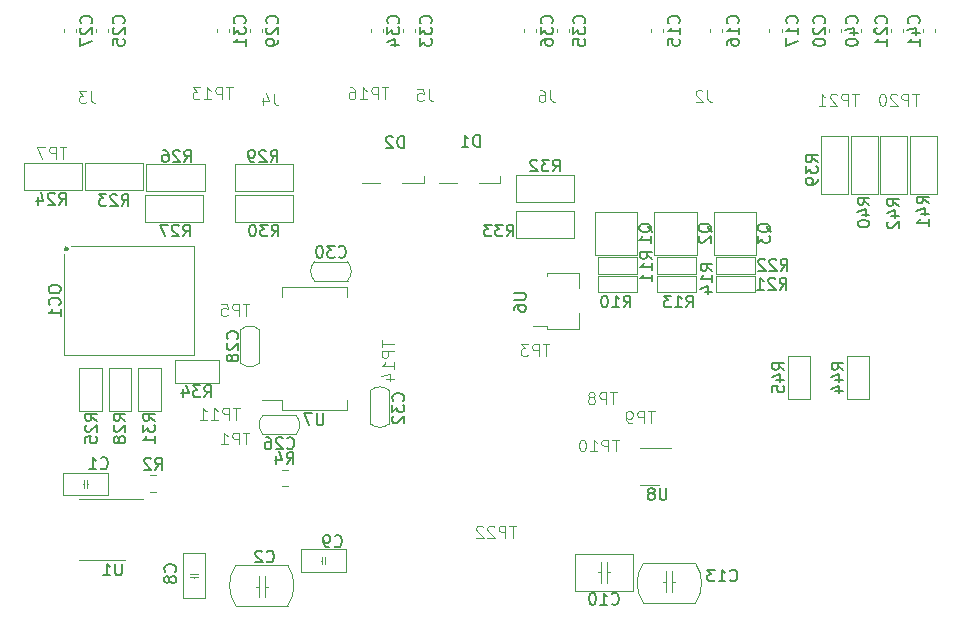
<source format=gbr>
%TF.GenerationSoftware,KiCad,Pcbnew,7.0.9*%
%TF.CreationDate,2024-06-20T13:45:24+03:00*%
%TF.ProjectId,_____ _______ _______ __________,1f3b3042-3020-4323-9d35-483d38452048,rev?*%
%TF.SameCoordinates,Original*%
%TF.FileFunction,Legend,Bot*%
%TF.FilePolarity,Positive*%
%FSLAX46Y46*%
G04 Gerber Fmt 4.6, Leading zero omitted, Abs format (unit mm)*
G04 Created by KiCad (PCBNEW 7.0.9) date 2024-06-20 13:45:24*
%MOMM*%
%LPD*%
G01*
G04 APERTURE LIST*
%ADD10C,0.100000*%
%ADD11C,0.150000*%
%ADD12C,0.120000*%
%ADD13C,0.300000*%
G04 APERTURE END LIST*
D10*
X102033333Y-77257419D02*
X102033333Y-77971704D01*
X102033333Y-77971704D02*
X102080952Y-78114561D01*
X102080952Y-78114561D02*
X102176190Y-78209800D01*
X102176190Y-78209800D02*
X102319047Y-78257419D01*
X102319047Y-78257419D02*
X102414285Y-78257419D01*
X101652380Y-77257419D02*
X101033333Y-77257419D01*
X101033333Y-77257419D02*
X101366666Y-77638371D01*
X101366666Y-77638371D02*
X101223809Y-77638371D01*
X101223809Y-77638371D02*
X101128571Y-77685990D01*
X101128571Y-77685990D02*
X101080952Y-77733609D01*
X101080952Y-77733609D02*
X101033333Y-77828847D01*
X101033333Y-77828847D02*
X101033333Y-78066942D01*
X101033333Y-78066942D02*
X101080952Y-78162180D01*
X101080952Y-78162180D02*
X101128571Y-78209800D01*
X101128571Y-78209800D02*
X101223809Y-78257419D01*
X101223809Y-78257419D02*
X101509523Y-78257419D01*
X101509523Y-78257419D02*
X101604761Y-78209800D01*
X101604761Y-78209800D02*
X101652380Y-78162180D01*
X130633333Y-77057419D02*
X130633333Y-77771704D01*
X130633333Y-77771704D02*
X130680952Y-77914561D01*
X130680952Y-77914561D02*
X130776190Y-78009800D01*
X130776190Y-78009800D02*
X130919047Y-78057419D01*
X130919047Y-78057419D02*
X131014285Y-78057419D01*
X129680952Y-77057419D02*
X130157142Y-77057419D01*
X130157142Y-77057419D02*
X130204761Y-77533609D01*
X130204761Y-77533609D02*
X130157142Y-77485990D01*
X130157142Y-77485990D02*
X130061904Y-77438371D01*
X130061904Y-77438371D02*
X129823809Y-77438371D01*
X129823809Y-77438371D02*
X129728571Y-77485990D01*
X129728571Y-77485990D02*
X129680952Y-77533609D01*
X129680952Y-77533609D02*
X129633333Y-77628847D01*
X129633333Y-77628847D02*
X129633333Y-77866942D01*
X129633333Y-77866942D02*
X129680952Y-77962180D01*
X129680952Y-77962180D02*
X129728571Y-78009800D01*
X129728571Y-78009800D02*
X129823809Y-78057419D01*
X129823809Y-78057419D02*
X130061904Y-78057419D01*
X130061904Y-78057419D02*
X130157142Y-78009800D01*
X130157142Y-78009800D02*
X130204761Y-77962180D01*
X154233333Y-77157419D02*
X154233333Y-77871704D01*
X154233333Y-77871704D02*
X154280952Y-78014561D01*
X154280952Y-78014561D02*
X154376190Y-78109800D01*
X154376190Y-78109800D02*
X154519047Y-78157419D01*
X154519047Y-78157419D02*
X154614285Y-78157419D01*
X153804761Y-77252657D02*
X153757142Y-77205038D01*
X153757142Y-77205038D02*
X153661904Y-77157419D01*
X153661904Y-77157419D02*
X153423809Y-77157419D01*
X153423809Y-77157419D02*
X153328571Y-77205038D01*
X153328571Y-77205038D02*
X153280952Y-77252657D01*
X153280952Y-77252657D02*
X153233333Y-77347895D01*
X153233333Y-77347895D02*
X153233333Y-77443133D01*
X153233333Y-77443133D02*
X153280952Y-77585990D01*
X153280952Y-77585990D02*
X153852380Y-78157419D01*
X153852380Y-78157419D02*
X153233333Y-78157419D01*
X117533333Y-77457419D02*
X117533333Y-78171704D01*
X117533333Y-78171704D02*
X117580952Y-78314561D01*
X117580952Y-78314561D02*
X117676190Y-78409800D01*
X117676190Y-78409800D02*
X117819047Y-78457419D01*
X117819047Y-78457419D02*
X117914285Y-78457419D01*
X116628571Y-77790752D02*
X116628571Y-78457419D01*
X116866666Y-77409800D02*
X117104761Y-78124085D01*
X117104761Y-78124085D02*
X116485714Y-78124085D01*
X140933333Y-77157419D02*
X140933333Y-77871704D01*
X140933333Y-77871704D02*
X140980952Y-78014561D01*
X140980952Y-78014561D02*
X141076190Y-78109800D01*
X141076190Y-78109800D02*
X141219047Y-78157419D01*
X141219047Y-78157419D02*
X141314285Y-78157419D01*
X140028571Y-77157419D02*
X140219047Y-77157419D01*
X140219047Y-77157419D02*
X140314285Y-77205038D01*
X140314285Y-77205038D02*
X140361904Y-77252657D01*
X140361904Y-77252657D02*
X140457142Y-77395514D01*
X140457142Y-77395514D02*
X140504761Y-77585990D01*
X140504761Y-77585990D02*
X140504761Y-77966942D01*
X140504761Y-77966942D02*
X140457142Y-78062180D01*
X140457142Y-78062180D02*
X140409523Y-78109800D01*
X140409523Y-78109800D02*
X140314285Y-78157419D01*
X140314285Y-78157419D02*
X140123809Y-78157419D01*
X140123809Y-78157419D02*
X140028571Y-78109800D01*
X140028571Y-78109800D02*
X139980952Y-78062180D01*
X139980952Y-78062180D02*
X139933333Y-77966942D01*
X139933333Y-77966942D02*
X139933333Y-77728847D01*
X139933333Y-77728847D02*
X139980952Y-77633609D01*
X139980952Y-77633609D02*
X140028571Y-77585990D01*
X140028571Y-77585990D02*
X140123809Y-77538371D01*
X140123809Y-77538371D02*
X140314285Y-77538371D01*
X140314285Y-77538371D02*
X140409523Y-77585990D01*
X140409523Y-77585990D02*
X140457142Y-77633609D01*
X140457142Y-77633609D02*
X140504761Y-77728847D01*
D11*
X114429580Y-98219642D02*
X114477200Y-98172023D01*
X114477200Y-98172023D02*
X114524819Y-98029166D01*
X114524819Y-98029166D02*
X114524819Y-97933928D01*
X114524819Y-97933928D02*
X114477200Y-97791071D01*
X114477200Y-97791071D02*
X114381961Y-97695833D01*
X114381961Y-97695833D02*
X114286723Y-97648214D01*
X114286723Y-97648214D02*
X114096247Y-97600595D01*
X114096247Y-97600595D02*
X113953390Y-97600595D01*
X113953390Y-97600595D02*
X113762914Y-97648214D01*
X113762914Y-97648214D02*
X113667676Y-97695833D01*
X113667676Y-97695833D02*
X113572438Y-97791071D01*
X113572438Y-97791071D02*
X113524819Y-97933928D01*
X113524819Y-97933928D02*
X113524819Y-98029166D01*
X113524819Y-98029166D02*
X113572438Y-98172023D01*
X113572438Y-98172023D02*
X113620057Y-98219642D01*
X113620057Y-98600595D02*
X113572438Y-98648214D01*
X113572438Y-98648214D02*
X113524819Y-98743452D01*
X113524819Y-98743452D02*
X113524819Y-98981547D01*
X113524819Y-98981547D02*
X113572438Y-99076785D01*
X113572438Y-99076785D02*
X113620057Y-99124404D01*
X113620057Y-99124404D02*
X113715295Y-99172023D01*
X113715295Y-99172023D02*
X113810533Y-99172023D01*
X113810533Y-99172023D02*
X113953390Y-99124404D01*
X113953390Y-99124404D02*
X114524819Y-98552976D01*
X114524819Y-98552976D02*
X114524819Y-99172023D01*
X113953390Y-99743452D02*
X113905771Y-99648214D01*
X113905771Y-99648214D02*
X113858152Y-99600595D01*
X113858152Y-99600595D02*
X113762914Y-99552976D01*
X113762914Y-99552976D02*
X113715295Y-99552976D01*
X113715295Y-99552976D02*
X113620057Y-99600595D01*
X113620057Y-99600595D02*
X113572438Y-99648214D01*
X113572438Y-99648214D02*
X113524819Y-99743452D01*
X113524819Y-99743452D02*
X113524819Y-99933928D01*
X113524819Y-99933928D02*
X113572438Y-100029166D01*
X113572438Y-100029166D02*
X113620057Y-100076785D01*
X113620057Y-100076785D02*
X113715295Y-100124404D01*
X113715295Y-100124404D02*
X113762914Y-100124404D01*
X113762914Y-100124404D02*
X113858152Y-100076785D01*
X113858152Y-100076785D02*
X113905771Y-100029166D01*
X113905771Y-100029166D02*
X113953390Y-99933928D01*
X113953390Y-99933928D02*
X113953390Y-99743452D01*
X113953390Y-99743452D02*
X114001009Y-99648214D01*
X114001009Y-99648214D02*
X114048628Y-99600595D01*
X114048628Y-99600595D02*
X114143866Y-99552976D01*
X114143866Y-99552976D02*
X114334342Y-99552976D01*
X114334342Y-99552976D02*
X114429580Y-99600595D01*
X114429580Y-99600595D02*
X114477200Y-99648214D01*
X114477200Y-99648214D02*
X114524819Y-99743452D01*
X114524819Y-99743452D02*
X114524819Y-99933928D01*
X114524819Y-99933928D02*
X114477200Y-100029166D01*
X114477200Y-100029166D02*
X114429580Y-100076785D01*
X114429580Y-100076785D02*
X114334342Y-100124404D01*
X114334342Y-100124404D02*
X114143866Y-100124404D01*
X114143866Y-100124404D02*
X114048628Y-100076785D01*
X114048628Y-100076785D02*
X114001009Y-100029166D01*
X114001009Y-100029166D02*
X113953390Y-99933928D01*
X123005357Y-91259580D02*
X123052976Y-91307200D01*
X123052976Y-91307200D02*
X123195833Y-91354819D01*
X123195833Y-91354819D02*
X123291071Y-91354819D01*
X123291071Y-91354819D02*
X123433928Y-91307200D01*
X123433928Y-91307200D02*
X123529166Y-91211961D01*
X123529166Y-91211961D02*
X123576785Y-91116723D01*
X123576785Y-91116723D02*
X123624404Y-90926247D01*
X123624404Y-90926247D02*
X123624404Y-90783390D01*
X123624404Y-90783390D02*
X123576785Y-90592914D01*
X123576785Y-90592914D02*
X123529166Y-90497676D01*
X123529166Y-90497676D02*
X123433928Y-90402438D01*
X123433928Y-90402438D02*
X123291071Y-90354819D01*
X123291071Y-90354819D02*
X123195833Y-90354819D01*
X123195833Y-90354819D02*
X123052976Y-90402438D01*
X123052976Y-90402438D02*
X123005357Y-90450057D01*
X122672023Y-90354819D02*
X122052976Y-90354819D01*
X122052976Y-90354819D02*
X122386309Y-90735771D01*
X122386309Y-90735771D02*
X122243452Y-90735771D01*
X122243452Y-90735771D02*
X122148214Y-90783390D01*
X122148214Y-90783390D02*
X122100595Y-90831009D01*
X122100595Y-90831009D02*
X122052976Y-90926247D01*
X122052976Y-90926247D02*
X122052976Y-91164342D01*
X122052976Y-91164342D02*
X122100595Y-91259580D01*
X122100595Y-91259580D02*
X122148214Y-91307200D01*
X122148214Y-91307200D02*
X122243452Y-91354819D01*
X122243452Y-91354819D02*
X122529166Y-91354819D01*
X122529166Y-91354819D02*
X122624404Y-91307200D01*
X122624404Y-91307200D02*
X122672023Y-91259580D01*
X121433928Y-90354819D02*
X121338690Y-90354819D01*
X121338690Y-90354819D02*
X121243452Y-90402438D01*
X121243452Y-90402438D02*
X121195833Y-90450057D01*
X121195833Y-90450057D02*
X121148214Y-90545295D01*
X121148214Y-90545295D02*
X121100595Y-90735771D01*
X121100595Y-90735771D02*
X121100595Y-90973866D01*
X121100595Y-90973866D02*
X121148214Y-91164342D01*
X121148214Y-91164342D02*
X121195833Y-91259580D01*
X121195833Y-91259580D02*
X121243452Y-91307200D01*
X121243452Y-91307200D02*
X121338690Y-91354819D01*
X121338690Y-91354819D02*
X121433928Y-91354819D01*
X121433928Y-91354819D02*
X121529166Y-91307200D01*
X121529166Y-91307200D02*
X121576785Y-91259580D01*
X121576785Y-91259580D02*
X121624404Y-91164342D01*
X121624404Y-91164342D02*
X121672023Y-90973866D01*
X121672023Y-90973866D02*
X121672023Y-90735771D01*
X121672023Y-90735771D02*
X121624404Y-90545295D01*
X121624404Y-90545295D02*
X121576785Y-90450057D01*
X121576785Y-90450057D02*
X121529166Y-90402438D01*
X121529166Y-90402438D02*
X121433928Y-90354819D01*
X147142857Y-95554819D02*
X147476190Y-95078628D01*
X147714285Y-95554819D02*
X147714285Y-94554819D01*
X147714285Y-94554819D02*
X147333333Y-94554819D01*
X147333333Y-94554819D02*
X147238095Y-94602438D01*
X147238095Y-94602438D02*
X147190476Y-94650057D01*
X147190476Y-94650057D02*
X147142857Y-94745295D01*
X147142857Y-94745295D02*
X147142857Y-94888152D01*
X147142857Y-94888152D02*
X147190476Y-94983390D01*
X147190476Y-94983390D02*
X147238095Y-95031009D01*
X147238095Y-95031009D02*
X147333333Y-95078628D01*
X147333333Y-95078628D02*
X147714285Y-95078628D01*
X146190476Y-95554819D02*
X146761904Y-95554819D01*
X146476190Y-95554819D02*
X146476190Y-94554819D01*
X146476190Y-94554819D02*
X146571428Y-94697676D01*
X146571428Y-94697676D02*
X146666666Y-94792914D01*
X146666666Y-94792914D02*
X146761904Y-94840533D01*
X145571428Y-94554819D02*
X145476190Y-94554819D01*
X145476190Y-94554819D02*
X145380952Y-94602438D01*
X145380952Y-94602438D02*
X145333333Y-94650057D01*
X145333333Y-94650057D02*
X145285714Y-94745295D01*
X145285714Y-94745295D02*
X145238095Y-94935771D01*
X145238095Y-94935771D02*
X145238095Y-95173866D01*
X145238095Y-95173866D02*
X145285714Y-95364342D01*
X145285714Y-95364342D02*
X145333333Y-95459580D01*
X145333333Y-95459580D02*
X145380952Y-95507200D01*
X145380952Y-95507200D02*
X145476190Y-95554819D01*
X145476190Y-95554819D02*
X145571428Y-95554819D01*
X145571428Y-95554819D02*
X145666666Y-95507200D01*
X145666666Y-95507200D02*
X145714285Y-95459580D01*
X145714285Y-95459580D02*
X145761904Y-95364342D01*
X145761904Y-95364342D02*
X145809523Y-95173866D01*
X145809523Y-95173866D02*
X145809523Y-94935771D01*
X145809523Y-94935771D02*
X145761904Y-94745295D01*
X145761904Y-94745295D02*
X145714285Y-94650057D01*
X145714285Y-94650057D02*
X145666666Y-94602438D01*
X145666666Y-94602438D02*
X145571428Y-94554819D01*
X118642857Y-107459580D02*
X118690476Y-107507200D01*
X118690476Y-107507200D02*
X118833333Y-107554819D01*
X118833333Y-107554819D02*
X118928571Y-107554819D01*
X118928571Y-107554819D02*
X119071428Y-107507200D01*
X119071428Y-107507200D02*
X119166666Y-107411961D01*
X119166666Y-107411961D02*
X119214285Y-107316723D01*
X119214285Y-107316723D02*
X119261904Y-107126247D01*
X119261904Y-107126247D02*
X119261904Y-106983390D01*
X119261904Y-106983390D02*
X119214285Y-106792914D01*
X119214285Y-106792914D02*
X119166666Y-106697676D01*
X119166666Y-106697676D02*
X119071428Y-106602438D01*
X119071428Y-106602438D02*
X118928571Y-106554819D01*
X118928571Y-106554819D02*
X118833333Y-106554819D01*
X118833333Y-106554819D02*
X118690476Y-106602438D01*
X118690476Y-106602438D02*
X118642857Y-106650057D01*
X118261904Y-106650057D02*
X118214285Y-106602438D01*
X118214285Y-106602438D02*
X118119047Y-106554819D01*
X118119047Y-106554819D02*
X117880952Y-106554819D01*
X117880952Y-106554819D02*
X117785714Y-106602438D01*
X117785714Y-106602438D02*
X117738095Y-106650057D01*
X117738095Y-106650057D02*
X117690476Y-106745295D01*
X117690476Y-106745295D02*
X117690476Y-106840533D01*
X117690476Y-106840533D02*
X117738095Y-106983390D01*
X117738095Y-106983390D02*
X118309523Y-107554819D01*
X118309523Y-107554819D02*
X117690476Y-107554819D01*
X116833333Y-106554819D02*
X117023809Y-106554819D01*
X117023809Y-106554819D02*
X117119047Y-106602438D01*
X117119047Y-106602438D02*
X117166666Y-106650057D01*
X117166666Y-106650057D02*
X117261904Y-106792914D01*
X117261904Y-106792914D02*
X117309523Y-106983390D01*
X117309523Y-106983390D02*
X117309523Y-107364342D01*
X117309523Y-107364342D02*
X117261904Y-107459580D01*
X117261904Y-107459580D02*
X117214285Y-107507200D01*
X117214285Y-107507200D02*
X117119047Y-107554819D01*
X117119047Y-107554819D02*
X116928571Y-107554819D01*
X116928571Y-107554819D02*
X116833333Y-107507200D01*
X116833333Y-107507200D02*
X116785714Y-107459580D01*
X116785714Y-107459580D02*
X116738095Y-107364342D01*
X116738095Y-107364342D02*
X116738095Y-107126247D01*
X116738095Y-107126247D02*
X116785714Y-107031009D01*
X116785714Y-107031009D02*
X116833333Y-106983390D01*
X116833333Y-106983390D02*
X116928571Y-106935771D01*
X116928571Y-106935771D02*
X117119047Y-106935771D01*
X117119047Y-106935771D02*
X117214285Y-106983390D01*
X117214285Y-106983390D02*
X117261904Y-107031009D01*
X117261904Y-107031009D02*
X117309523Y-107126247D01*
X146130357Y-120639580D02*
X146177976Y-120687200D01*
X146177976Y-120687200D02*
X146320833Y-120734819D01*
X146320833Y-120734819D02*
X146416071Y-120734819D01*
X146416071Y-120734819D02*
X146558928Y-120687200D01*
X146558928Y-120687200D02*
X146654166Y-120591961D01*
X146654166Y-120591961D02*
X146701785Y-120496723D01*
X146701785Y-120496723D02*
X146749404Y-120306247D01*
X146749404Y-120306247D02*
X146749404Y-120163390D01*
X146749404Y-120163390D02*
X146701785Y-119972914D01*
X146701785Y-119972914D02*
X146654166Y-119877676D01*
X146654166Y-119877676D02*
X146558928Y-119782438D01*
X146558928Y-119782438D02*
X146416071Y-119734819D01*
X146416071Y-119734819D02*
X146320833Y-119734819D01*
X146320833Y-119734819D02*
X146177976Y-119782438D01*
X146177976Y-119782438D02*
X146130357Y-119830057D01*
X145177976Y-120734819D02*
X145749404Y-120734819D01*
X145463690Y-120734819D02*
X145463690Y-119734819D01*
X145463690Y-119734819D02*
X145558928Y-119877676D01*
X145558928Y-119877676D02*
X145654166Y-119972914D01*
X145654166Y-119972914D02*
X145749404Y-120020533D01*
X144558928Y-119734819D02*
X144463690Y-119734819D01*
X144463690Y-119734819D02*
X144368452Y-119782438D01*
X144368452Y-119782438D02*
X144320833Y-119830057D01*
X144320833Y-119830057D02*
X144273214Y-119925295D01*
X144273214Y-119925295D02*
X144225595Y-120115771D01*
X144225595Y-120115771D02*
X144225595Y-120353866D01*
X144225595Y-120353866D02*
X144273214Y-120544342D01*
X144273214Y-120544342D02*
X144320833Y-120639580D01*
X144320833Y-120639580D02*
X144368452Y-120687200D01*
X144368452Y-120687200D02*
X144463690Y-120734819D01*
X144463690Y-120734819D02*
X144558928Y-120734819D01*
X144558928Y-120734819D02*
X144654166Y-120687200D01*
X144654166Y-120687200D02*
X144701785Y-120639580D01*
X144701785Y-120639580D02*
X144749404Y-120544342D01*
X144749404Y-120544342D02*
X144797023Y-120353866D01*
X144797023Y-120353866D02*
X144797023Y-120115771D01*
X144797023Y-120115771D02*
X144749404Y-119925295D01*
X144749404Y-119925295D02*
X144701785Y-119830057D01*
X144701785Y-119830057D02*
X144654166Y-119782438D01*
X144654166Y-119782438D02*
X144558928Y-119734819D01*
D10*
X140861904Y-98657419D02*
X140290476Y-98657419D01*
X140576190Y-99657419D02*
X140576190Y-98657419D01*
X139957142Y-99657419D02*
X139957142Y-98657419D01*
X139957142Y-98657419D02*
X139576190Y-98657419D01*
X139576190Y-98657419D02*
X139480952Y-98705038D01*
X139480952Y-98705038D02*
X139433333Y-98752657D01*
X139433333Y-98752657D02*
X139385714Y-98847895D01*
X139385714Y-98847895D02*
X139385714Y-98990752D01*
X139385714Y-98990752D02*
X139433333Y-99085990D01*
X139433333Y-99085990D02*
X139480952Y-99133609D01*
X139480952Y-99133609D02*
X139576190Y-99181228D01*
X139576190Y-99181228D02*
X139957142Y-99181228D01*
X139052380Y-98657419D02*
X138433333Y-98657419D01*
X138433333Y-98657419D02*
X138766666Y-99038371D01*
X138766666Y-99038371D02*
X138623809Y-99038371D01*
X138623809Y-99038371D02*
X138528571Y-99085990D01*
X138528571Y-99085990D02*
X138480952Y-99133609D01*
X138480952Y-99133609D02*
X138433333Y-99228847D01*
X138433333Y-99228847D02*
X138433333Y-99466942D01*
X138433333Y-99466942D02*
X138480952Y-99562180D01*
X138480952Y-99562180D02*
X138528571Y-99609800D01*
X138528571Y-99609800D02*
X138623809Y-99657419D01*
X138623809Y-99657419D02*
X138909523Y-99657419D01*
X138909523Y-99657419D02*
X139004761Y-99609800D01*
X139004761Y-99609800D02*
X139052380Y-99562180D01*
D11*
X141142857Y-84049819D02*
X141476190Y-83573628D01*
X141714285Y-84049819D02*
X141714285Y-83049819D01*
X141714285Y-83049819D02*
X141333333Y-83049819D01*
X141333333Y-83049819D02*
X141238095Y-83097438D01*
X141238095Y-83097438D02*
X141190476Y-83145057D01*
X141190476Y-83145057D02*
X141142857Y-83240295D01*
X141142857Y-83240295D02*
X141142857Y-83383152D01*
X141142857Y-83383152D02*
X141190476Y-83478390D01*
X141190476Y-83478390D02*
X141238095Y-83526009D01*
X141238095Y-83526009D02*
X141333333Y-83573628D01*
X141333333Y-83573628D02*
X141714285Y-83573628D01*
X140809523Y-83049819D02*
X140190476Y-83049819D01*
X140190476Y-83049819D02*
X140523809Y-83430771D01*
X140523809Y-83430771D02*
X140380952Y-83430771D01*
X140380952Y-83430771D02*
X140285714Y-83478390D01*
X140285714Y-83478390D02*
X140238095Y-83526009D01*
X140238095Y-83526009D02*
X140190476Y-83621247D01*
X140190476Y-83621247D02*
X140190476Y-83859342D01*
X140190476Y-83859342D02*
X140238095Y-83954580D01*
X140238095Y-83954580D02*
X140285714Y-84002200D01*
X140285714Y-84002200D02*
X140380952Y-84049819D01*
X140380952Y-84049819D02*
X140666666Y-84049819D01*
X140666666Y-84049819D02*
X140761904Y-84002200D01*
X140761904Y-84002200D02*
X140809523Y-83954580D01*
X139809523Y-83145057D02*
X139761904Y-83097438D01*
X139761904Y-83097438D02*
X139666666Y-83049819D01*
X139666666Y-83049819D02*
X139428571Y-83049819D01*
X139428571Y-83049819D02*
X139333333Y-83097438D01*
X139333333Y-83097438D02*
X139285714Y-83145057D01*
X139285714Y-83145057D02*
X139238095Y-83240295D01*
X139238095Y-83240295D02*
X139238095Y-83335533D01*
X139238095Y-83335533D02*
X139285714Y-83478390D01*
X139285714Y-83478390D02*
X139857142Y-84049819D01*
X139857142Y-84049819D02*
X139238095Y-84049819D01*
X117789580Y-71494642D02*
X117837200Y-71447023D01*
X117837200Y-71447023D02*
X117884819Y-71304166D01*
X117884819Y-71304166D02*
X117884819Y-71208928D01*
X117884819Y-71208928D02*
X117837200Y-71066071D01*
X117837200Y-71066071D02*
X117741961Y-70970833D01*
X117741961Y-70970833D02*
X117646723Y-70923214D01*
X117646723Y-70923214D02*
X117456247Y-70875595D01*
X117456247Y-70875595D02*
X117313390Y-70875595D01*
X117313390Y-70875595D02*
X117122914Y-70923214D01*
X117122914Y-70923214D02*
X117027676Y-70970833D01*
X117027676Y-70970833D02*
X116932438Y-71066071D01*
X116932438Y-71066071D02*
X116884819Y-71208928D01*
X116884819Y-71208928D02*
X116884819Y-71304166D01*
X116884819Y-71304166D02*
X116932438Y-71447023D01*
X116932438Y-71447023D02*
X116980057Y-71494642D01*
X116980057Y-71875595D02*
X116932438Y-71923214D01*
X116932438Y-71923214D02*
X116884819Y-72018452D01*
X116884819Y-72018452D02*
X116884819Y-72256547D01*
X116884819Y-72256547D02*
X116932438Y-72351785D01*
X116932438Y-72351785D02*
X116980057Y-72399404D01*
X116980057Y-72399404D02*
X117075295Y-72447023D01*
X117075295Y-72447023D02*
X117170533Y-72447023D01*
X117170533Y-72447023D02*
X117313390Y-72399404D01*
X117313390Y-72399404D02*
X117884819Y-71827976D01*
X117884819Y-71827976D02*
X117884819Y-72447023D01*
X117884819Y-72923214D02*
X117884819Y-73113690D01*
X117884819Y-73113690D02*
X117837200Y-73208928D01*
X117837200Y-73208928D02*
X117789580Y-73256547D01*
X117789580Y-73256547D02*
X117646723Y-73351785D01*
X117646723Y-73351785D02*
X117456247Y-73399404D01*
X117456247Y-73399404D02*
X117075295Y-73399404D01*
X117075295Y-73399404D02*
X116980057Y-73351785D01*
X116980057Y-73351785D02*
X116932438Y-73304166D01*
X116932438Y-73304166D02*
X116884819Y-73208928D01*
X116884819Y-73208928D02*
X116884819Y-73018452D01*
X116884819Y-73018452D02*
X116932438Y-72923214D01*
X116932438Y-72923214D02*
X116980057Y-72875595D01*
X116980057Y-72875595D02*
X117075295Y-72827976D01*
X117075295Y-72827976D02*
X117313390Y-72827976D01*
X117313390Y-72827976D02*
X117408628Y-72875595D01*
X117408628Y-72875595D02*
X117456247Y-72923214D01*
X117456247Y-72923214D02*
X117503866Y-73018452D01*
X117503866Y-73018452D02*
X117503866Y-73208928D01*
X117503866Y-73208928D02*
X117456247Y-73304166D01*
X117456247Y-73304166D02*
X117408628Y-73351785D01*
X117408628Y-73351785D02*
X117313390Y-73399404D01*
D10*
X127230094Y-76933419D02*
X126658666Y-76933419D01*
X126944380Y-77933419D02*
X126944380Y-76933419D01*
X126325332Y-77933419D02*
X126325332Y-76933419D01*
X126325332Y-76933419D02*
X125944380Y-76933419D01*
X125944380Y-76933419D02*
X125849142Y-76981038D01*
X125849142Y-76981038D02*
X125801523Y-77028657D01*
X125801523Y-77028657D02*
X125753904Y-77123895D01*
X125753904Y-77123895D02*
X125753904Y-77266752D01*
X125753904Y-77266752D02*
X125801523Y-77361990D01*
X125801523Y-77361990D02*
X125849142Y-77409609D01*
X125849142Y-77409609D02*
X125944380Y-77457228D01*
X125944380Y-77457228D02*
X126325332Y-77457228D01*
X124801523Y-77933419D02*
X125372951Y-77933419D01*
X125087237Y-77933419D02*
X125087237Y-76933419D01*
X125087237Y-76933419D02*
X125182475Y-77076276D01*
X125182475Y-77076276D02*
X125277713Y-77171514D01*
X125277713Y-77171514D02*
X125372951Y-77219133D01*
X123944380Y-76933419D02*
X124134856Y-76933419D01*
X124134856Y-76933419D02*
X124230094Y-76981038D01*
X124230094Y-76981038D02*
X124277713Y-77028657D01*
X124277713Y-77028657D02*
X124372951Y-77171514D01*
X124372951Y-77171514D02*
X124420570Y-77361990D01*
X124420570Y-77361990D02*
X124420570Y-77742942D01*
X124420570Y-77742942D02*
X124372951Y-77838180D01*
X124372951Y-77838180D02*
X124325332Y-77885800D01*
X124325332Y-77885800D02*
X124230094Y-77933419D01*
X124230094Y-77933419D02*
X124039618Y-77933419D01*
X124039618Y-77933419D02*
X123944380Y-77885800D01*
X123944380Y-77885800D02*
X123896761Y-77838180D01*
X123896761Y-77838180D02*
X123849142Y-77742942D01*
X123849142Y-77742942D02*
X123849142Y-77504847D01*
X123849142Y-77504847D02*
X123896761Y-77409609D01*
X123896761Y-77409609D02*
X123944380Y-77361990D01*
X123944380Y-77361990D02*
X124039618Y-77314371D01*
X124039618Y-77314371D02*
X124230094Y-77314371D01*
X124230094Y-77314371D02*
X124325332Y-77361990D01*
X124325332Y-77361990D02*
X124372951Y-77409609D01*
X124372951Y-77409609D02*
X124420570Y-77504847D01*
D11*
X130789580Y-71494642D02*
X130837200Y-71447023D01*
X130837200Y-71447023D02*
X130884819Y-71304166D01*
X130884819Y-71304166D02*
X130884819Y-71208928D01*
X130884819Y-71208928D02*
X130837200Y-71066071D01*
X130837200Y-71066071D02*
X130741961Y-70970833D01*
X130741961Y-70970833D02*
X130646723Y-70923214D01*
X130646723Y-70923214D02*
X130456247Y-70875595D01*
X130456247Y-70875595D02*
X130313390Y-70875595D01*
X130313390Y-70875595D02*
X130122914Y-70923214D01*
X130122914Y-70923214D02*
X130027676Y-70970833D01*
X130027676Y-70970833D02*
X129932438Y-71066071D01*
X129932438Y-71066071D02*
X129884819Y-71208928D01*
X129884819Y-71208928D02*
X129884819Y-71304166D01*
X129884819Y-71304166D02*
X129932438Y-71447023D01*
X129932438Y-71447023D02*
X129980057Y-71494642D01*
X129884819Y-71827976D02*
X129884819Y-72447023D01*
X129884819Y-72447023D02*
X130265771Y-72113690D01*
X130265771Y-72113690D02*
X130265771Y-72256547D01*
X130265771Y-72256547D02*
X130313390Y-72351785D01*
X130313390Y-72351785D02*
X130361009Y-72399404D01*
X130361009Y-72399404D02*
X130456247Y-72447023D01*
X130456247Y-72447023D02*
X130694342Y-72447023D01*
X130694342Y-72447023D02*
X130789580Y-72399404D01*
X130789580Y-72399404D02*
X130837200Y-72351785D01*
X130837200Y-72351785D02*
X130884819Y-72256547D01*
X130884819Y-72256547D02*
X130884819Y-71970833D01*
X130884819Y-71970833D02*
X130837200Y-71875595D01*
X130837200Y-71875595D02*
X130789580Y-71827976D01*
X129884819Y-72780357D02*
X129884819Y-73399404D01*
X129884819Y-73399404D02*
X130265771Y-73066071D01*
X130265771Y-73066071D02*
X130265771Y-73208928D01*
X130265771Y-73208928D02*
X130313390Y-73304166D01*
X130313390Y-73304166D02*
X130361009Y-73351785D01*
X130361009Y-73351785D02*
X130456247Y-73399404D01*
X130456247Y-73399404D02*
X130694342Y-73399404D01*
X130694342Y-73399404D02*
X130789580Y-73351785D01*
X130789580Y-73351785D02*
X130837200Y-73304166D01*
X130837200Y-73304166D02*
X130884819Y-73208928D01*
X130884819Y-73208928D02*
X130884819Y-72923214D01*
X130884819Y-72923214D02*
X130837200Y-72827976D01*
X130837200Y-72827976D02*
X130789580Y-72780357D01*
X137854819Y-94338095D02*
X138664342Y-94338095D01*
X138664342Y-94338095D02*
X138759580Y-94385714D01*
X138759580Y-94385714D02*
X138807200Y-94433333D01*
X138807200Y-94433333D02*
X138854819Y-94528571D01*
X138854819Y-94528571D02*
X138854819Y-94719047D01*
X138854819Y-94719047D02*
X138807200Y-94814285D01*
X138807200Y-94814285D02*
X138759580Y-94861904D01*
X138759580Y-94861904D02*
X138664342Y-94909523D01*
X138664342Y-94909523D02*
X137854819Y-94909523D01*
X137854819Y-95814285D02*
X137854819Y-95623809D01*
X137854819Y-95623809D02*
X137902438Y-95528571D01*
X137902438Y-95528571D02*
X137950057Y-95480952D01*
X137950057Y-95480952D02*
X138092914Y-95385714D01*
X138092914Y-95385714D02*
X138283390Y-95338095D01*
X138283390Y-95338095D02*
X138664342Y-95338095D01*
X138664342Y-95338095D02*
X138759580Y-95385714D01*
X138759580Y-95385714D02*
X138807200Y-95433333D01*
X138807200Y-95433333D02*
X138854819Y-95528571D01*
X138854819Y-95528571D02*
X138854819Y-95719047D01*
X138854819Y-95719047D02*
X138807200Y-95814285D01*
X138807200Y-95814285D02*
X138759580Y-95861904D01*
X138759580Y-95861904D02*
X138664342Y-95909523D01*
X138664342Y-95909523D02*
X138426247Y-95909523D01*
X138426247Y-95909523D02*
X138331009Y-95861904D01*
X138331009Y-95861904D02*
X138283390Y-95814285D01*
X138283390Y-95814285D02*
X138235771Y-95719047D01*
X138235771Y-95719047D02*
X138235771Y-95528571D01*
X138235771Y-95528571D02*
X138283390Y-95433333D01*
X138283390Y-95433333D02*
X138331009Y-95385714D01*
X138331009Y-95385714D02*
X138426247Y-95338095D01*
D10*
X138038094Y-114057419D02*
X137466666Y-114057419D01*
X137752380Y-115057419D02*
X137752380Y-114057419D01*
X137133332Y-115057419D02*
X137133332Y-114057419D01*
X137133332Y-114057419D02*
X136752380Y-114057419D01*
X136752380Y-114057419D02*
X136657142Y-114105038D01*
X136657142Y-114105038D02*
X136609523Y-114152657D01*
X136609523Y-114152657D02*
X136561904Y-114247895D01*
X136561904Y-114247895D02*
X136561904Y-114390752D01*
X136561904Y-114390752D02*
X136609523Y-114485990D01*
X136609523Y-114485990D02*
X136657142Y-114533609D01*
X136657142Y-114533609D02*
X136752380Y-114581228D01*
X136752380Y-114581228D02*
X137133332Y-114581228D01*
X136180951Y-114152657D02*
X136133332Y-114105038D01*
X136133332Y-114105038D02*
X136038094Y-114057419D01*
X136038094Y-114057419D02*
X135799999Y-114057419D01*
X135799999Y-114057419D02*
X135704761Y-114105038D01*
X135704761Y-114105038D02*
X135657142Y-114152657D01*
X135657142Y-114152657D02*
X135609523Y-114247895D01*
X135609523Y-114247895D02*
X135609523Y-114343133D01*
X135609523Y-114343133D02*
X135657142Y-114485990D01*
X135657142Y-114485990D02*
X136228570Y-115057419D01*
X136228570Y-115057419D02*
X135609523Y-115057419D01*
X135228570Y-114152657D02*
X135180951Y-114105038D01*
X135180951Y-114105038D02*
X135085713Y-114057419D01*
X135085713Y-114057419D02*
X134847618Y-114057419D01*
X134847618Y-114057419D02*
X134752380Y-114105038D01*
X134752380Y-114105038D02*
X134704761Y-114152657D01*
X134704761Y-114152657D02*
X134657142Y-114247895D01*
X134657142Y-114247895D02*
X134657142Y-114343133D01*
X134657142Y-114343133D02*
X134704761Y-114485990D01*
X134704761Y-114485990D02*
X135276189Y-115057419D01*
X135276189Y-115057419D02*
X134657142Y-115057419D01*
D11*
X102866666Y-109159580D02*
X102914285Y-109207200D01*
X102914285Y-109207200D02*
X103057142Y-109254819D01*
X103057142Y-109254819D02*
X103152380Y-109254819D01*
X103152380Y-109254819D02*
X103295237Y-109207200D01*
X103295237Y-109207200D02*
X103390475Y-109111961D01*
X103390475Y-109111961D02*
X103438094Y-109016723D01*
X103438094Y-109016723D02*
X103485713Y-108826247D01*
X103485713Y-108826247D02*
X103485713Y-108683390D01*
X103485713Y-108683390D02*
X103438094Y-108492914D01*
X103438094Y-108492914D02*
X103390475Y-108397676D01*
X103390475Y-108397676D02*
X103295237Y-108302438D01*
X103295237Y-108302438D02*
X103152380Y-108254819D01*
X103152380Y-108254819D02*
X103057142Y-108254819D01*
X103057142Y-108254819D02*
X102914285Y-108302438D01*
X102914285Y-108302438D02*
X102866666Y-108350057D01*
X101914285Y-109254819D02*
X102485713Y-109254819D01*
X102199999Y-109254819D02*
X102199999Y-108254819D01*
X102199999Y-108254819D02*
X102295237Y-108397676D01*
X102295237Y-108397676D02*
X102390475Y-108492914D01*
X102390475Y-108492914D02*
X102485713Y-108540533D01*
X104789580Y-71494642D02*
X104837200Y-71447023D01*
X104837200Y-71447023D02*
X104884819Y-71304166D01*
X104884819Y-71304166D02*
X104884819Y-71208928D01*
X104884819Y-71208928D02*
X104837200Y-71066071D01*
X104837200Y-71066071D02*
X104741961Y-70970833D01*
X104741961Y-70970833D02*
X104646723Y-70923214D01*
X104646723Y-70923214D02*
X104456247Y-70875595D01*
X104456247Y-70875595D02*
X104313390Y-70875595D01*
X104313390Y-70875595D02*
X104122914Y-70923214D01*
X104122914Y-70923214D02*
X104027676Y-70970833D01*
X104027676Y-70970833D02*
X103932438Y-71066071D01*
X103932438Y-71066071D02*
X103884819Y-71208928D01*
X103884819Y-71208928D02*
X103884819Y-71304166D01*
X103884819Y-71304166D02*
X103932438Y-71447023D01*
X103932438Y-71447023D02*
X103980057Y-71494642D01*
X103980057Y-71875595D02*
X103932438Y-71923214D01*
X103932438Y-71923214D02*
X103884819Y-72018452D01*
X103884819Y-72018452D02*
X103884819Y-72256547D01*
X103884819Y-72256547D02*
X103932438Y-72351785D01*
X103932438Y-72351785D02*
X103980057Y-72399404D01*
X103980057Y-72399404D02*
X104075295Y-72447023D01*
X104075295Y-72447023D02*
X104170533Y-72447023D01*
X104170533Y-72447023D02*
X104313390Y-72399404D01*
X104313390Y-72399404D02*
X104884819Y-71827976D01*
X104884819Y-71827976D02*
X104884819Y-72447023D01*
X103884819Y-73351785D02*
X103884819Y-72875595D01*
X103884819Y-72875595D02*
X104361009Y-72827976D01*
X104361009Y-72827976D02*
X104313390Y-72875595D01*
X104313390Y-72875595D02*
X104265771Y-72970833D01*
X104265771Y-72970833D02*
X104265771Y-73208928D01*
X104265771Y-73208928D02*
X104313390Y-73304166D01*
X104313390Y-73304166D02*
X104361009Y-73351785D01*
X104361009Y-73351785D02*
X104456247Y-73399404D01*
X104456247Y-73399404D02*
X104694342Y-73399404D01*
X104694342Y-73399404D02*
X104789580Y-73351785D01*
X104789580Y-73351785D02*
X104837200Y-73304166D01*
X104837200Y-73304166D02*
X104884819Y-73208928D01*
X104884819Y-73208928D02*
X104884819Y-72970833D01*
X104884819Y-72970833D02*
X104837200Y-72875595D01*
X104837200Y-72875595D02*
X104789580Y-72827976D01*
X159600057Y-89204761D02*
X159552438Y-89109523D01*
X159552438Y-89109523D02*
X159457200Y-89014285D01*
X159457200Y-89014285D02*
X159314342Y-88871428D01*
X159314342Y-88871428D02*
X159266723Y-88776190D01*
X159266723Y-88776190D02*
X159266723Y-88680952D01*
X159504819Y-88728571D02*
X159457200Y-88633333D01*
X159457200Y-88633333D02*
X159361961Y-88538095D01*
X159361961Y-88538095D02*
X159171485Y-88490476D01*
X159171485Y-88490476D02*
X158838152Y-88490476D01*
X158838152Y-88490476D02*
X158647676Y-88538095D01*
X158647676Y-88538095D02*
X158552438Y-88633333D01*
X158552438Y-88633333D02*
X158504819Y-88728571D01*
X158504819Y-88728571D02*
X158504819Y-88919047D01*
X158504819Y-88919047D02*
X158552438Y-89014285D01*
X158552438Y-89014285D02*
X158647676Y-89109523D01*
X158647676Y-89109523D02*
X158838152Y-89157142D01*
X158838152Y-89157142D02*
X159171485Y-89157142D01*
X159171485Y-89157142D02*
X159361961Y-89109523D01*
X159361961Y-89109523D02*
X159457200Y-89014285D01*
X159457200Y-89014285D02*
X159504819Y-88919047D01*
X159504819Y-88919047D02*
X159504819Y-88728571D01*
X158504819Y-89490476D02*
X158504819Y-90109523D01*
X158504819Y-90109523D02*
X158885771Y-89776190D01*
X158885771Y-89776190D02*
X158885771Y-89919047D01*
X158885771Y-89919047D02*
X158933390Y-90014285D01*
X158933390Y-90014285D02*
X158981009Y-90061904D01*
X158981009Y-90061904D02*
X159076247Y-90109523D01*
X159076247Y-90109523D02*
X159314342Y-90109523D01*
X159314342Y-90109523D02*
X159409580Y-90061904D01*
X159409580Y-90061904D02*
X159457200Y-90014285D01*
X159457200Y-90014285D02*
X159504819Y-89919047D01*
X159504819Y-89919047D02*
X159504819Y-89633333D01*
X159504819Y-89633333D02*
X159457200Y-89538095D01*
X159457200Y-89538095D02*
X159409580Y-89490476D01*
X117342857Y-89554819D02*
X117676190Y-89078628D01*
X117914285Y-89554819D02*
X117914285Y-88554819D01*
X117914285Y-88554819D02*
X117533333Y-88554819D01*
X117533333Y-88554819D02*
X117438095Y-88602438D01*
X117438095Y-88602438D02*
X117390476Y-88650057D01*
X117390476Y-88650057D02*
X117342857Y-88745295D01*
X117342857Y-88745295D02*
X117342857Y-88888152D01*
X117342857Y-88888152D02*
X117390476Y-88983390D01*
X117390476Y-88983390D02*
X117438095Y-89031009D01*
X117438095Y-89031009D02*
X117533333Y-89078628D01*
X117533333Y-89078628D02*
X117914285Y-89078628D01*
X117009523Y-88554819D02*
X116390476Y-88554819D01*
X116390476Y-88554819D02*
X116723809Y-88935771D01*
X116723809Y-88935771D02*
X116580952Y-88935771D01*
X116580952Y-88935771D02*
X116485714Y-88983390D01*
X116485714Y-88983390D02*
X116438095Y-89031009D01*
X116438095Y-89031009D02*
X116390476Y-89126247D01*
X116390476Y-89126247D02*
X116390476Y-89364342D01*
X116390476Y-89364342D02*
X116438095Y-89459580D01*
X116438095Y-89459580D02*
X116485714Y-89507200D01*
X116485714Y-89507200D02*
X116580952Y-89554819D01*
X116580952Y-89554819D02*
X116866666Y-89554819D01*
X116866666Y-89554819D02*
X116961904Y-89507200D01*
X116961904Y-89507200D02*
X117009523Y-89459580D01*
X115771428Y-88554819D02*
X115676190Y-88554819D01*
X115676190Y-88554819D02*
X115580952Y-88602438D01*
X115580952Y-88602438D02*
X115533333Y-88650057D01*
X115533333Y-88650057D02*
X115485714Y-88745295D01*
X115485714Y-88745295D02*
X115438095Y-88935771D01*
X115438095Y-88935771D02*
X115438095Y-89173866D01*
X115438095Y-89173866D02*
X115485714Y-89364342D01*
X115485714Y-89364342D02*
X115533333Y-89459580D01*
X115533333Y-89459580D02*
X115580952Y-89507200D01*
X115580952Y-89507200D02*
X115676190Y-89554819D01*
X115676190Y-89554819D02*
X115771428Y-89554819D01*
X115771428Y-89554819D02*
X115866666Y-89507200D01*
X115866666Y-89507200D02*
X115914285Y-89459580D01*
X115914285Y-89459580D02*
X115961904Y-89364342D01*
X115961904Y-89364342D02*
X116009523Y-89173866D01*
X116009523Y-89173866D02*
X116009523Y-88935771D01*
X116009523Y-88935771D02*
X115961904Y-88745295D01*
X115961904Y-88745295D02*
X115914285Y-88650057D01*
X115914285Y-88650057D02*
X115866666Y-88602438D01*
X115866666Y-88602438D02*
X115771428Y-88554819D01*
D10*
X99961904Y-81957419D02*
X99390476Y-81957419D01*
X99676190Y-82957419D02*
X99676190Y-81957419D01*
X99057142Y-82957419D02*
X99057142Y-81957419D01*
X99057142Y-81957419D02*
X98676190Y-81957419D01*
X98676190Y-81957419D02*
X98580952Y-82005038D01*
X98580952Y-82005038D02*
X98533333Y-82052657D01*
X98533333Y-82052657D02*
X98485714Y-82147895D01*
X98485714Y-82147895D02*
X98485714Y-82290752D01*
X98485714Y-82290752D02*
X98533333Y-82385990D01*
X98533333Y-82385990D02*
X98580952Y-82433609D01*
X98580952Y-82433609D02*
X98676190Y-82481228D01*
X98676190Y-82481228D02*
X99057142Y-82481228D01*
X98152380Y-81957419D02*
X97485714Y-81957419D01*
X97485714Y-81957419D02*
X97914285Y-82957419D01*
D11*
X122666666Y-115759580D02*
X122714285Y-115807200D01*
X122714285Y-115807200D02*
X122857142Y-115854819D01*
X122857142Y-115854819D02*
X122952380Y-115854819D01*
X122952380Y-115854819D02*
X123095237Y-115807200D01*
X123095237Y-115807200D02*
X123190475Y-115711961D01*
X123190475Y-115711961D02*
X123238094Y-115616723D01*
X123238094Y-115616723D02*
X123285713Y-115426247D01*
X123285713Y-115426247D02*
X123285713Y-115283390D01*
X123285713Y-115283390D02*
X123238094Y-115092914D01*
X123238094Y-115092914D02*
X123190475Y-114997676D01*
X123190475Y-114997676D02*
X123095237Y-114902438D01*
X123095237Y-114902438D02*
X122952380Y-114854819D01*
X122952380Y-114854819D02*
X122857142Y-114854819D01*
X122857142Y-114854819D02*
X122714285Y-114902438D01*
X122714285Y-114902438D02*
X122666666Y-114950057D01*
X122190475Y-115854819D02*
X121999999Y-115854819D01*
X121999999Y-115854819D02*
X121904761Y-115807200D01*
X121904761Y-115807200D02*
X121857142Y-115759580D01*
X121857142Y-115759580D02*
X121761904Y-115616723D01*
X121761904Y-115616723D02*
X121714285Y-115426247D01*
X121714285Y-115426247D02*
X121714285Y-115045295D01*
X121714285Y-115045295D02*
X121761904Y-114950057D01*
X121761904Y-114950057D02*
X121809523Y-114902438D01*
X121809523Y-114902438D02*
X121904761Y-114854819D01*
X121904761Y-114854819D02*
X122095237Y-114854819D01*
X122095237Y-114854819D02*
X122190475Y-114902438D01*
X122190475Y-114902438D02*
X122238094Y-114950057D01*
X122238094Y-114950057D02*
X122285713Y-115045295D01*
X122285713Y-115045295D02*
X122285713Y-115283390D01*
X122285713Y-115283390D02*
X122238094Y-115378628D01*
X122238094Y-115378628D02*
X122190475Y-115426247D01*
X122190475Y-115426247D02*
X122095237Y-115473866D01*
X122095237Y-115473866D02*
X121904761Y-115473866D01*
X121904761Y-115473866D02*
X121809523Y-115426247D01*
X121809523Y-115426247D02*
X121761904Y-115378628D01*
X121761904Y-115378628D02*
X121714285Y-115283390D01*
X99342857Y-86854819D02*
X99676190Y-86378628D01*
X99914285Y-86854819D02*
X99914285Y-85854819D01*
X99914285Y-85854819D02*
X99533333Y-85854819D01*
X99533333Y-85854819D02*
X99438095Y-85902438D01*
X99438095Y-85902438D02*
X99390476Y-85950057D01*
X99390476Y-85950057D02*
X99342857Y-86045295D01*
X99342857Y-86045295D02*
X99342857Y-86188152D01*
X99342857Y-86188152D02*
X99390476Y-86283390D01*
X99390476Y-86283390D02*
X99438095Y-86331009D01*
X99438095Y-86331009D02*
X99533333Y-86378628D01*
X99533333Y-86378628D02*
X99914285Y-86378628D01*
X98961904Y-85950057D02*
X98914285Y-85902438D01*
X98914285Y-85902438D02*
X98819047Y-85854819D01*
X98819047Y-85854819D02*
X98580952Y-85854819D01*
X98580952Y-85854819D02*
X98485714Y-85902438D01*
X98485714Y-85902438D02*
X98438095Y-85950057D01*
X98438095Y-85950057D02*
X98390476Y-86045295D01*
X98390476Y-86045295D02*
X98390476Y-86140533D01*
X98390476Y-86140533D02*
X98438095Y-86283390D01*
X98438095Y-86283390D02*
X99009523Y-86854819D01*
X99009523Y-86854819D02*
X98390476Y-86854819D01*
X97533333Y-86188152D02*
X97533333Y-86854819D01*
X97771428Y-85807200D02*
X98009523Y-86521485D01*
X98009523Y-86521485D02*
X97390476Y-86521485D01*
X170454819Y-86957142D02*
X169978628Y-86623809D01*
X170454819Y-86385714D02*
X169454819Y-86385714D01*
X169454819Y-86385714D02*
X169454819Y-86766666D01*
X169454819Y-86766666D02*
X169502438Y-86861904D01*
X169502438Y-86861904D02*
X169550057Y-86909523D01*
X169550057Y-86909523D02*
X169645295Y-86957142D01*
X169645295Y-86957142D02*
X169788152Y-86957142D01*
X169788152Y-86957142D02*
X169883390Y-86909523D01*
X169883390Y-86909523D02*
X169931009Y-86861904D01*
X169931009Y-86861904D02*
X169978628Y-86766666D01*
X169978628Y-86766666D02*
X169978628Y-86385714D01*
X169788152Y-87814285D02*
X170454819Y-87814285D01*
X169407200Y-87576190D02*
X170121485Y-87338095D01*
X170121485Y-87338095D02*
X170121485Y-87957142D01*
X169550057Y-88290476D02*
X169502438Y-88338095D01*
X169502438Y-88338095D02*
X169454819Y-88433333D01*
X169454819Y-88433333D02*
X169454819Y-88671428D01*
X169454819Y-88671428D02*
X169502438Y-88766666D01*
X169502438Y-88766666D02*
X169550057Y-88814285D01*
X169550057Y-88814285D02*
X169645295Y-88861904D01*
X169645295Y-88861904D02*
X169740533Y-88861904D01*
X169740533Y-88861904D02*
X169883390Y-88814285D01*
X169883390Y-88814285D02*
X170454819Y-88242857D01*
X170454819Y-88242857D02*
X170454819Y-88861904D01*
D10*
X114030094Y-76933419D02*
X113458666Y-76933419D01*
X113744380Y-77933419D02*
X113744380Y-76933419D01*
X113125332Y-77933419D02*
X113125332Y-76933419D01*
X113125332Y-76933419D02*
X112744380Y-76933419D01*
X112744380Y-76933419D02*
X112649142Y-76981038D01*
X112649142Y-76981038D02*
X112601523Y-77028657D01*
X112601523Y-77028657D02*
X112553904Y-77123895D01*
X112553904Y-77123895D02*
X112553904Y-77266752D01*
X112553904Y-77266752D02*
X112601523Y-77361990D01*
X112601523Y-77361990D02*
X112649142Y-77409609D01*
X112649142Y-77409609D02*
X112744380Y-77457228D01*
X112744380Y-77457228D02*
X113125332Y-77457228D01*
X111601523Y-77933419D02*
X112172951Y-77933419D01*
X111887237Y-77933419D02*
X111887237Y-76933419D01*
X111887237Y-76933419D02*
X111982475Y-77076276D01*
X111982475Y-77076276D02*
X112077713Y-77171514D01*
X112077713Y-77171514D02*
X112172951Y-77219133D01*
X111268189Y-76933419D02*
X110649142Y-76933419D01*
X110649142Y-76933419D02*
X110982475Y-77314371D01*
X110982475Y-77314371D02*
X110839618Y-77314371D01*
X110839618Y-77314371D02*
X110744380Y-77361990D01*
X110744380Y-77361990D02*
X110696761Y-77409609D01*
X110696761Y-77409609D02*
X110649142Y-77504847D01*
X110649142Y-77504847D02*
X110649142Y-77742942D01*
X110649142Y-77742942D02*
X110696761Y-77838180D01*
X110696761Y-77838180D02*
X110744380Y-77885800D01*
X110744380Y-77885800D02*
X110839618Y-77933419D01*
X110839618Y-77933419D02*
X111125332Y-77933419D01*
X111125332Y-77933419D02*
X111220570Y-77885800D01*
X111220570Y-77885800D02*
X111268189Y-77838180D01*
D11*
X141039580Y-71494642D02*
X141087200Y-71447023D01*
X141087200Y-71447023D02*
X141134819Y-71304166D01*
X141134819Y-71304166D02*
X141134819Y-71208928D01*
X141134819Y-71208928D02*
X141087200Y-71066071D01*
X141087200Y-71066071D02*
X140991961Y-70970833D01*
X140991961Y-70970833D02*
X140896723Y-70923214D01*
X140896723Y-70923214D02*
X140706247Y-70875595D01*
X140706247Y-70875595D02*
X140563390Y-70875595D01*
X140563390Y-70875595D02*
X140372914Y-70923214D01*
X140372914Y-70923214D02*
X140277676Y-70970833D01*
X140277676Y-70970833D02*
X140182438Y-71066071D01*
X140182438Y-71066071D02*
X140134819Y-71208928D01*
X140134819Y-71208928D02*
X140134819Y-71304166D01*
X140134819Y-71304166D02*
X140182438Y-71447023D01*
X140182438Y-71447023D02*
X140230057Y-71494642D01*
X140134819Y-71827976D02*
X140134819Y-72447023D01*
X140134819Y-72447023D02*
X140515771Y-72113690D01*
X140515771Y-72113690D02*
X140515771Y-72256547D01*
X140515771Y-72256547D02*
X140563390Y-72351785D01*
X140563390Y-72351785D02*
X140611009Y-72399404D01*
X140611009Y-72399404D02*
X140706247Y-72447023D01*
X140706247Y-72447023D02*
X140944342Y-72447023D01*
X140944342Y-72447023D02*
X141039580Y-72399404D01*
X141039580Y-72399404D02*
X141087200Y-72351785D01*
X141087200Y-72351785D02*
X141134819Y-72256547D01*
X141134819Y-72256547D02*
X141134819Y-71970833D01*
X141134819Y-71970833D02*
X141087200Y-71875595D01*
X141087200Y-71875595D02*
X141039580Y-71827976D01*
X140134819Y-73304166D02*
X140134819Y-73113690D01*
X140134819Y-73113690D02*
X140182438Y-73018452D01*
X140182438Y-73018452D02*
X140230057Y-72970833D01*
X140230057Y-72970833D02*
X140372914Y-72875595D01*
X140372914Y-72875595D02*
X140563390Y-72827976D01*
X140563390Y-72827976D02*
X140944342Y-72827976D01*
X140944342Y-72827976D02*
X141039580Y-72875595D01*
X141039580Y-72875595D02*
X141087200Y-72923214D01*
X141087200Y-72923214D02*
X141134819Y-73018452D01*
X141134819Y-73018452D02*
X141134819Y-73208928D01*
X141134819Y-73208928D02*
X141087200Y-73304166D01*
X141087200Y-73304166D02*
X141039580Y-73351785D01*
X141039580Y-73351785D02*
X140944342Y-73399404D01*
X140944342Y-73399404D02*
X140706247Y-73399404D01*
X140706247Y-73399404D02*
X140611009Y-73351785D01*
X140611009Y-73351785D02*
X140563390Y-73304166D01*
X140563390Y-73304166D02*
X140515771Y-73208928D01*
X140515771Y-73208928D02*
X140515771Y-73018452D01*
X140515771Y-73018452D02*
X140563390Y-72923214D01*
X140563390Y-72923214D02*
X140611009Y-72875595D01*
X140611009Y-72875595D02*
X140706247Y-72827976D01*
X167954819Y-86857142D02*
X167478628Y-86523809D01*
X167954819Y-86285714D02*
X166954819Y-86285714D01*
X166954819Y-86285714D02*
X166954819Y-86666666D01*
X166954819Y-86666666D02*
X167002438Y-86761904D01*
X167002438Y-86761904D02*
X167050057Y-86809523D01*
X167050057Y-86809523D02*
X167145295Y-86857142D01*
X167145295Y-86857142D02*
X167288152Y-86857142D01*
X167288152Y-86857142D02*
X167383390Y-86809523D01*
X167383390Y-86809523D02*
X167431009Y-86761904D01*
X167431009Y-86761904D02*
X167478628Y-86666666D01*
X167478628Y-86666666D02*
X167478628Y-86285714D01*
X167288152Y-87714285D02*
X167954819Y-87714285D01*
X166907200Y-87476190D02*
X167621485Y-87238095D01*
X167621485Y-87238095D02*
X167621485Y-87857142D01*
X166954819Y-88428571D02*
X166954819Y-88523809D01*
X166954819Y-88523809D02*
X167002438Y-88619047D01*
X167002438Y-88619047D02*
X167050057Y-88666666D01*
X167050057Y-88666666D02*
X167145295Y-88714285D01*
X167145295Y-88714285D02*
X167335771Y-88761904D01*
X167335771Y-88761904D02*
X167573866Y-88761904D01*
X167573866Y-88761904D02*
X167764342Y-88714285D01*
X167764342Y-88714285D02*
X167859580Y-88666666D01*
X167859580Y-88666666D02*
X167907200Y-88619047D01*
X167907200Y-88619047D02*
X167954819Y-88523809D01*
X167954819Y-88523809D02*
X167954819Y-88428571D01*
X167954819Y-88428571D02*
X167907200Y-88333333D01*
X167907200Y-88333333D02*
X167859580Y-88285714D01*
X167859580Y-88285714D02*
X167764342Y-88238095D01*
X167764342Y-88238095D02*
X167573866Y-88190476D01*
X167573866Y-88190476D02*
X167335771Y-88190476D01*
X167335771Y-88190476D02*
X167145295Y-88238095D01*
X167145295Y-88238095D02*
X167050057Y-88285714D01*
X167050057Y-88285714D02*
X167002438Y-88333333D01*
X167002438Y-88333333D02*
X166954819Y-88428571D01*
X156142857Y-118659580D02*
X156190476Y-118707200D01*
X156190476Y-118707200D02*
X156333333Y-118754819D01*
X156333333Y-118754819D02*
X156428571Y-118754819D01*
X156428571Y-118754819D02*
X156571428Y-118707200D01*
X156571428Y-118707200D02*
X156666666Y-118611961D01*
X156666666Y-118611961D02*
X156714285Y-118516723D01*
X156714285Y-118516723D02*
X156761904Y-118326247D01*
X156761904Y-118326247D02*
X156761904Y-118183390D01*
X156761904Y-118183390D02*
X156714285Y-117992914D01*
X156714285Y-117992914D02*
X156666666Y-117897676D01*
X156666666Y-117897676D02*
X156571428Y-117802438D01*
X156571428Y-117802438D02*
X156428571Y-117754819D01*
X156428571Y-117754819D02*
X156333333Y-117754819D01*
X156333333Y-117754819D02*
X156190476Y-117802438D01*
X156190476Y-117802438D02*
X156142857Y-117850057D01*
X155190476Y-118754819D02*
X155761904Y-118754819D01*
X155476190Y-118754819D02*
X155476190Y-117754819D01*
X155476190Y-117754819D02*
X155571428Y-117897676D01*
X155571428Y-117897676D02*
X155666666Y-117992914D01*
X155666666Y-117992914D02*
X155761904Y-118040533D01*
X154857142Y-117754819D02*
X154238095Y-117754819D01*
X154238095Y-117754819D02*
X154571428Y-118135771D01*
X154571428Y-118135771D02*
X154428571Y-118135771D01*
X154428571Y-118135771D02*
X154333333Y-118183390D01*
X154333333Y-118183390D02*
X154285714Y-118231009D01*
X154285714Y-118231009D02*
X154238095Y-118326247D01*
X154238095Y-118326247D02*
X154238095Y-118564342D01*
X154238095Y-118564342D02*
X154285714Y-118659580D01*
X154285714Y-118659580D02*
X154333333Y-118707200D01*
X154333333Y-118707200D02*
X154428571Y-118754819D01*
X154428571Y-118754819D02*
X154714285Y-118754819D01*
X154714285Y-118754819D02*
X154809523Y-118707200D01*
X154809523Y-118707200D02*
X154857142Y-118659580D01*
X164109580Y-71494642D02*
X164157200Y-71447023D01*
X164157200Y-71447023D02*
X164204819Y-71304166D01*
X164204819Y-71304166D02*
X164204819Y-71208928D01*
X164204819Y-71208928D02*
X164157200Y-71066071D01*
X164157200Y-71066071D02*
X164061961Y-70970833D01*
X164061961Y-70970833D02*
X163966723Y-70923214D01*
X163966723Y-70923214D02*
X163776247Y-70875595D01*
X163776247Y-70875595D02*
X163633390Y-70875595D01*
X163633390Y-70875595D02*
X163442914Y-70923214D01*
X163442914Y-70923214D02*
X163347676Y-70970833D01*
X163347676Y-70970833D02*
X163252438Y-71066071D01*
X163252438Y-71066071D02*
X163204819Y-71208928D01*
X163204819Y-71208928D02*
X163204819Y-71304166D01*
X163204819Y-71304166D02*
X163252438Y-71447023D01*
X163252438Y-71447023D02*
X163300057Y-71494642D01*
X163300057Y-71875595D02*
X163252438Y-71923214D01*
X163252438Y-71923214D02*
X163204819Y-72018452D01*
X163204819Y-72018452D02*
X163204819Y-72256547D01*
X163204819Y-72256547D02*
X163252438Y-72351785D01*
X163252438Y-72351785D02*
X163300057Y-72399404D01*
X163300057Y-72399404D02*
X163395295Y-72447023D01*
X163395295Y-72447023D02*
X163490533Y-72447023D01*
X163490533Y-72447023D02*
X163633390Y-72399404D01*
X163633390Y-72399404D02*
X164204819Y-71827976D01*
X164204819Y-71827976D02*
X164204819Y-72447023D01*
X163204819Y-73066071D02*
X163204819Y-73161309D01*
X163204819Y-73161309D02*
X163252438Y-73256547D01*
X163252438Y-73256547D02*
X163300057Y-73304166D01*
X163300057Y-73304166D02*
X163395295Y-73351785D01*
X163395295Y-73351785D02*
X163585771Y-73399404D01*
X163585771Y-73399404D02*
X163823866Y-73399404D01*
X163823866Y-73399404D02*
X164014342Y-73351785D01*
X164014342Y-73351785D02*
X164109580Y-73304166D01*
X164109580Y-73304166D02*
X164157200Y-73256547D01*
X164157200Y-73256547D02*
X164204819Y-73161309D01*
X164204819Y-73161309D02*
X164204819Y-73066071D01*
X164204819Y-73066071D02*
X164157200Y-72970833D01*
X164157200Y-72970833D02*
X164109580Y-72923214D01*
X164109580Y-72923214D02*
X164014342Y-72875595D01*
X164014342Y-72875595D02*
X163823866Y-72827976D01*
X163823866Y-72827976D02*
X163585771Y-72827976D01*
X163585771Y-72827976D02*
X163395295Y-72875595D01*
X163395295Y-72875595D02*
X163300057Y-72923214D01*
X163300057Y-72923214D02*
X163252438Y-72970833D01*
X163252438Y-72970833D02*
X163204819Y-73066071D01*
X154600057Y-89204761D02*
X154552438Y-89109523D01*
X154552438Y-89109523D02*
X154457200Y-89014285D01*
X154457200Y-89014285D02*
X154314342Y-88871428D01*
X154314342Y-88871428D02*
X154266723Y-88776190D01*
X154266723Y-88776190D02*
X154266723Y-88680952D01*
X154504819Y-88728571D02*
X154457200Y-88633333D01*
X154457200Y-88633333D02*
X154361961Y-88538095D01*
X154361961Y-88538095D02*
X154171485Y-88490476D01*
X154171485Y-88490476D02*
X153838152Y-88490476D01*
X153838152Y-88490476D02*
X153647676Y-88538095D01*
X153647676Y-88538095D02*
X153552438Y-88633333D01*
X153552438Y-88633333D02*
X153504819Y-88728571D01*
X153504819Y-88728571D02*
X153504819Y-88919047D01*
X153504819Y-88919047D02*
X153552438Y-89014285D01*
X153552438Y-89014285D02*
X153647676Y-89109523D01*
X153647676Y-89109523D02*
X153838152Y-89157142D01*
X153838152Y-89157142D02*
X154171485Y-89157142D01*
X154171485Y-89157142D02*
X154361961Y-89109523D01*
X154361961Y-89109523D02*
X154457200Y-89014285D01*
X154457200Y-89014285D02*
X154504819Y-88919047D01*
X154504819Y-88919047D02*
X154504819Y-88728571D01*
X153600057Y-89538095D02*
X153552438Y-89585714D01*
X153552438Y-89585714D02*
X153504819Y-89680952D01*
X153504819Y-89680952D02*
X153504819Y-89919047D01*
X153504819Y-89919047D02*
X153552438Y-90014285D01*
X153552438Y-90014285D02*
X153600057Y-90061904D01*
X153600057Y-90061904D02*
X153695295Y-90109523D01*
X153695295Y-90109523D02*
X153790533Y-90109523D01*
X153790533Y-90109523D02*
X153933390Y-90061904D01*
X153933390Y-90061904D02*
X154504819Y-89490476D01*
X154504819Y-89490476D02*
X154504819Y-90109523D01*
X156789580Y-71494642D02*
X156837200Y-71447023D01*
X156837200Y-71447023D02*
X156884819Y-71304166D01*
X156884819Y-71304166D02*
X156884819Y-71208928D01*
X156884819Y-71208928D02*
X156837200Y-71066071D01*
X156837200Y-71066071D02*
X156741961Y-70970833D01*
X156741961Y-70970833D02*
X156646723Y-70923214D01*
X156646723Y-70923214D02*
X156456247Y-70875595D01*
X156456247Y-70875595D02*
X156313390Y-70875595D01*
X156313390Y-70875595D02*
X156122914Y-70923214D01*
X156122914Y-70923214D02*
X156027676Y-70970833D01*
X156027676Y-70970833D02*
X155932438Y-71066071D01*
X155932438Y-71066071D02*
X155884819Y-71208928D01*
X155884819Y-71208928D02*
X155884819Y-71304166D01*
X155884819Y-71304166D02*
X155932438Y-71447023D01*
X155932438Y-71447023D02*
X155980057Y-71494642D01*
X156884819Y-72447023D02*
X156884819Y-71875595D01*
X156884819Y-72161309D02*
X155884819Y-72161309D01*
X155884819Y-72161309D02*
X156027676Y-72066071D01*
X156027676Y-72066071D02*
X156122914Y-71970833D01*
X156122914Y-71970833D02*
X156170533Y-71875595D01*
X155884819Y-73304166D02*
X155884819Y-73113690D01*
X155884819Y-73113690D02*
X155932438Y-73018452D01*
X155932438Y-73018452D02*
X155980057Y-72970833D01*
X155980057Y-72970833D02*
X156122914Y-72875595D01*
X156122914Y-72875595D02*
X156313390Y-72827976D01*
X156313390Y-72827976D02*
X156694342Y-72827976D01*
X156694342Y-72827976D02*
X156789580Y-72875595D01*
X156789580Y-72875595D02*
X156837200Y-72923214D01*
X156837200Y-72923214D02*
X156884819Y-73018452D01*
X156884819Y-73018452D02*
X156884819Y-73208928D01*
X156884819Y-73208928D02*
X156837200Y-73304166D01*
X156837200Y-73304166D02*
X156789580Y-73351785D01*
X156789580Y-73351785D02*
X156694342Y-73399404D01*
X156694342Y-73399404D02*
X156456247Y-73399404D01*
X156456247Y-73399404D02*
X156361009Y-73351785D01*
X156361009Y-73351785D02*
X156313390Y-73304166D01*
X156313390Y-73304166D02*
X156265771Y-73208928D01*
X156265771Y-73208928D02*
X156265771Y-73018452D01*
X156265771Y-73018452D02*
X156313390Y-72923214D01*
X156313390Y-72923214D02*
X156361009Y-72875595D01*
X156361009Y-72875595D02*
X156456247Y-72827976D01*
X107479166Y-109304819D02*
X107812499Y-108828628D01*
X108050594Y-109304819D02*
X108050594Y-108304819D01*
X108050594Y-108304819D02*
X107669642Y-108304819D01*
X107669642Y-108304819D02*
X107574404Y-108352438D01*
X107574404Y-108352438D02*
X107526785Y-108400057D01*
X107526785Y-108400057D02*
X107479166Y-108495295D01*
X107479166Y-108495295D02*
X107479166Y-108638152D01*
X107479166Y-108638152D02*
X107526785Y-108733390D01*
X107526785Y-108733390D02*
X107574404Y-108781009D01*
X107574404Y-108781009D02*
X107669642Y-108828628D01*
X107669642Y-108828628D02*
X108050594Y-108828628D01*
X107098213Y-108400057D02*
X107050594Y-108352438D01*
X107050594Y-108352438D02*
X106955356Y-108304819D01*
X106955356Y-108304819D02*
X106717261Y-108304819D01*
X106717261Y-108304819D02*
X106622023Y-108352438D01*
X106622023Y-108352438D02*
X106574404Y-108400057D01*
X106574404Y-108400057D02*
X106526785Y-108495295D01*
X106526785Y-108495295D02*
X106526785Y-108590533D01*
X106526785Y-108590533D02*
X106574404Y-108733390D01*
X106574404Y-108733390D02*
X107145832Y-109304819D01*
X107145832Y-109304819D02*
X106526785Y-109304819D01*
X150761904Y-110854819D02*
X150761904Y-111664342D01*
X150761904Y-111664342D02*
X150714285Y-111759580D01*
X150714285Y-111759580D02*
X150666666Y-111807200D01*
X150666666Y-111807200D02*
X150571428Y-111854819D01*
X150571428Y-111854819D02*
X150380952Y-111854819D01*
X150380952Y-111854819D02*
X150285714Y-111807200D01*
X150285714Y-111807200D02*
X150238095Y-111759580D01*
X150238095Y-111759580D02*
X150190476Y-111664342D01*
X150190476Y-111664342D02*
X150190476Y-110854819D01*
X149571428Y-111283390D02*
X149666666Y-111235771D01*
X149666666Y-111235771D02*
X149714285Y-111188152D01*
X149714285Y-111188152D02*
X149761904Y-111092914D01*
X149761904Y-111092914D02*
X149761904Y-111045295D01*
X149761904Y-111045295D02*
X149714285Y-110950057D01*
X149714285Y-110950057D02*
X149666666Y-110902438D01*
X149666666Y-110902438D02*
X149571428Y-110854819D01*
X149571428Y-110854819D02*
X149380952Y-110854819D01*
X149380952Y-110854819D02*
X149285714Y-110902438D01*
X149285714Y-110902438D02*
X149238095Y-110950057D01*
X149238095Y-110950057D02*
X149190476Y-111045295D01*
X149190476Y-111045295D02*
X149190476Y-111092914D01*
X149190476Y-111092914D02*
X149238095Y-111188152D01*
X149238095Y-111188152D02*
X149285714Y-111235771D01*
X149285714Y-111235771D02*
X149380952Y-111283390D01*
X149380952Y-111283390D02*
X149571428Y-111283390D01*
X149571428Y-111283390D02*
X149666666Y-111331009D01*
X149666666Y-111331009D02*
X149714285Y-111378628D01*
X149714285Y-111378628D02*
X149761904Y-111473866D01*
X149761904Y-111473866D02*
X149761904Y-111664342D01*
X149761904Y-111664342D02*
X149714285Y-111759580D01*
X149714285Y-111759580D02*
X149666666Y-111807200D01*
X149666666Y-111807200D02*
X149571428Y-111854819D01*
X149571428Y-111854819D02*
X149380952Y-111854819D01*
X149380952Y-111854819D02*
X149285714Y-111807200D01*
X149285714Y-111807200D02*
X149238095Y-111759580D01*
X149238095Y-111759580D02*
X149190476Y-111664342D01*
X149190476Y-111664342D02*
X149190476Y-111473866D01*
X149190476Y-111473866D02*
X149238095Y-111378628D01*
X149238095Y-111378628D02*
X149285714Y-111331009D01*
X149285714Y-111331009D02*
X149380952Y-111283390D01*
X163554819Y-83257142D02*
X163078628Y-82923809D01*
X163554819Y-82685714D02*
X162554819Y-82685714D01*
X162554819Y-82685714D02*
X162554819Y-83066666D01*
X162554819Y-83066666D02*
X162602438Y-83161904D01*
X162602438Y-83161904D02*
X162650057Y-83209523D01*
X162650057Y-83209523D02*
X162745295Y-83257142D01*
X162745295Y-83257142D02*
X162888152Y-83257142D01*
X162888152Y-83257142D02*
X162983390Y-83209523D01*
X162983390Y-83209523D02*
X163031009Y-83161904D01*
X163031009Y-83161904D02*
X163078628Y-83066666D01*
X163078628Y-83066666D02*
X163078628Y-82685714D01*
X162554819Y-83590476D02*
X162554819Y-84209523D01*
X162554819Y-84209523D02*
X162935771Y-83876190D01*
X162935771Y-83876190D02*
X162935771Y-84019047D01*
X162935771Y-84019047D02*
X162983390Y-84114285D01*
X162983390Y-84114285D02*
X163031009Y-84161904D01*
X163031009Y-84161904D02*
X163126247Y-84209523D01*
X163126247Y-84209523D02*
X163364342Y-84209523D01*
X163364342Y-84209523D02*
X163459580Y-84161904D01*
X163459580Y-84161904D02*
X163507200Y-84114285D01*
X163507200Y-84114285D02*
X163554819Y-84019047D01*
X163554819Y-84019047D02*
X163554819Y-83733333D01*
X163554819Y-83733333D02*
X163507200Y-83638095D01*
X163507200Y-83638095D02*
X163459580Y-83590476D01*
X163554819Y-84685714D02*
X163554819Y-84876190D01*
X163554819Y-84876190D02*
X163507200Y-84971428D01*
X163507200Y-84971428D02*
X163459580Y-85019047D01*
X163459580Y-85019047D02*
X163316723Y-85114285D01*
X163316723Y-85114285D02*
X163126247Y-85161904D01*
X163126247Y-85161904D02*
X162745295Y-85161904D01*
X162745295Y-85161904D02*
X162650057Y-85114285D01*
X162650057Y-85114285D02*
X162602438Y-85066666D01*
X162602438Y-85066666D02*
X162554819Y-84971428D01*
X162554819Y-84971428D02*
X162554819Y-84780952D01*
X162554819Y-84780952D02*
X162602438Y-84685714D01*
X162602438Y-84685714D02*
X162650057Y-84638095D01*
X162650057Y-84638095D02*
X162745295Y-84590476D01*
X162745295Y-84590476D02*
X162983390Y-84590476D01*
X162983390Y-84590476D02*
X163078628Y-84638095D01*
X163078628Y-84638095D02*
X163126247Y-84685714D01*
X163126247Y-84685714D02*
X163173866Y-84780952D01*
X163173866Y-84780952D02*
X163173866Y-84971428D01*
X163173866Y-84971428D02*
X163126247Y-85066666D01*
X163126247Y-85066666D02*
X163078628Y-85114285D01*
X163078628Y-85114285D02*
X162983390Y-85161904D01*
X137242857Y-89554819D02*
X137576190Y-89078628D01*
X137814285Y-89554819D02*
X137814285Y-88554819D01*
X137814285Y-88554819D02*
X137433333Y-88554819D01*
X137433333Y-88554819D02*
X137338095Y-88602438D01*
X137338095Y-88602438D02*
X137290476Y-88650057D01*
X137290476Y-88650057D02*
X137242857Y-88745295D01*
X137242857Y-88745295D02*
X137242857Y-88888152D01*
X137242857Y-88888152D02*
X137290476Y-88983390D01*
X137290476Y-88983390D02*
X137338095Y-89031009D01*
X137338095Y-89031009D02*
X137433333Y-89078628D01*
X137433333Y-89078628D02*
X137814285Y-89078628D01*
X136909523Y-88554819D02*
X136290476Y-88554819D01*
X136290476Y-88554819D02*
X136623809Y-88935771D01*
X136623809Y-88935771D02*
X136480952Y-88935771D01*
X136480952Y-88935771D02*
X136385714Y-88983390D01*
X136385714Y-88983390D02*
X136338095Y-89031009D01*
X136338095Y-89031009D02*
X136290476Y-89126247D01*
X136290476Y-89126247D02*
X136290476Y-89364342D01*
X136290476Y-89364342D02*
X136338095Y-89459580D01*
X136338095Y-89459580D02*
X136385714Y-89507200D01*
X136385714Y-89507200D02*
X136480952Y-89554819D01*
X136480952Y-89554819D02*
X136766666Y-89554819D01*
X136766666Y-89554819D02*
X136861904Y-89507200D01*
X136861904Y-89507200D02*
X136909523Y-89459580D01*
X135957142Y-88554819D02*
X135338095Y-88554819D01*
X135338095Y-88554819D02*
X135671428Y-88935771D01*
X135671428Y-88935771D02*
X135528571Y-88935771D01*
X135528571Y-88935771D02*
X135433333Y-88983390D01*
X135433333Y-88983390D02*
X135385714Y-89031009D01*
X135385714Y-89031009D02*
X135338095Y-89126247D01*
X135338095Y-89126247D02*
X135338095Y-89364342D01*
X135338095Y-89364342D02*
X135385714Y-89459580D01*
X135385714Y-89459580D02*
X135433333Y-89507200D01*
X135433333Y-89507200D02*
X135528571Y-89554819D01*
X135528571Y-89554819D02*
X135814285Y-89554819D01*
X135814285Y-89554819D02*
X135909523Y-89507200D01*
X135909523Y-89507200D02*
X135957142Y-89459580D01*
X160342857Y-94054819D02*
X160676190Y-93578628D01*
X160914285Y-94054819D02*
X160914285Y-93054819D01*
X160914285Y-93054819D02*
X160533333Y-93054819D01*
X160533333Y-93054819D02*
X160438095Y-93102438D01*
X160438095Y-93102438D02*
X160390476Y-93150057D01*
X160390476Y-93150057D02*
X160342857Y-93245295D01*
X160342857Y-93245295D02*
X160342857Y-93388152D01*
X160342857Y-93388152D02*
X160390476Y-93483390D01*
X160390476Y-93483390D02*
X160438095Y-93531009D01*
X160438095Y-93531009D02*
X160533333Y-93578628D01*
X160533333Y-93578628D02*
X160914285Y-93578628D01*
X159961904Y-93150057D02*
X159914285Y-93102438D01*
X159914285Y-93102438D02*
X159819047Y-93054819D01*
X159819047Y-93054819D02*
X159580952Y-93054819D01*
X159580952Y-93054819D02*
X159485714Y-93102438D01*
X159485714Y-93102438D02*
X159438095Y-93150057D01*
X159438095Y-93150057D02*
X159390476Y-93245295D01*
X159390476Y-93245295D02*
X159390476Y-93340533D01*
X159390476Y-93340533D02*
X159438095Y-93483390D01*
X159438095Y-93483390D02*
X160009523Y-94054819D01*
X160009523Y-94054819D02*
X159390476Y-94054819D01*
X158438095Y-94054819D02*
X159009523Y-94054819D01*
X158723809Y-94054819D02*
X158723809Y-93054819D01*
X158723809Y-93054819D02*
X158819047Y-93197676D01*
X158819047Y-93197676D02*
X158914285Y-93292914D01*
X158914285Y-93292914D02*
X159009523Y-93340533D01*
X104630357Y-86954819D02*
X104963690Y-86478628D01*
X105201785Y-86954819D02*
X105201785Y-85954819D01*
X105201785Y-85954819D02*
X104820833Y-85954819D01*
X104820833Y-85954819D02*
X104725595Y-86002438D01*
X104725595Y-86002438D02*
X104677976Y-86050057D01*
X104677976Y-86050057D02*
X104630357Y-86145295D01*
X104630357Y-86145295D02*
X104630357Y-86288152D01*
X104630357Y-86288152D02*
X104677976Y-86383390D01*
X104677976Y-86383390D02*
X104725595Y-86431009D01*
X104725595Y-86431009D02*
X104820833Y-86478628D01*
X104820833Y-86478628D02*
X105201785Y-86478628D01*
X104249404Y-86050057D02*
X104201785Y-86002438D01*
X104201785Y-86002438D02*
X104106547Y-85954819D01*
X104106547Y-85954819D02*
X103868452Y-85954819D01*
X103868452Y-85954819D02*
X103773214Y-86002438D01*
X103773214Y-86002438D02*
X103725595Y-86050057D01*
X103725595Y-86050057D02*
X103677976Y-86145295D01*
X103677976Y-86145295D02*
X103677976Y-86240533D01*
X103677976Y-86240533D02*
X103725595Y-86383390D01*
X103725595Y-86383390D02*
X104297023Y-86954819D01*
X104297023Y-86954819D02*
X103677976Y-86954819D01*
X103344642Y-85954819D02*
X102725595Y-85954819D01*
X102725595Y-85954819D02*
X103058928Y-86335771D01*
X103058928Y-86335771D02*
X102916071Y-86335771D01*
X102916071Y-86335771D02*
X102820833Y-86383390D01*
X102820833Y-86383390D02*
X102773214Y-86431009D01*
X102773214Y-86431009D02*
X102725595Y-86526247D01*
X102725595Y-86526247D02*
X102725595Y-86764342D01*
X102725595Y-86764342D02*
X102773214Y-86859580D01*
X102773214Y-86859580D02*
X102820833Y-86907200D01*
X102820833Y-86907200D02*
X102916071Y-86954819D01*
X102916071Y-86954819D02*
X103201785Y-86954819D01*
X103201785Y-86954819D02*
X103297023Y-86907200D01*
X103297023Y-86907200D02*
X103344642Y-86859580D01*
X151789580Y-71494642D02*
X151837200Y-71447023D01*
X151837200Y-71447023D02*
X151884819Y-71304166D01*
X151884819Y-71304166D02*
X151884819Y-71208928D01*
X151884819Y-71208928D02*
X151837200Y-71066071D01*
X151837200Y-71066071D02*
X151741961Y-70970833D01*
X151741961Y-70970833D02*
X151646723Y-70923214D01*
X151646723Y-70923214D02*
X151456247Y-70875595D01*
X151456247Y-70875595D02*
X151313390Y-70875595D01*
X151313390Y-70875595D02*
X151122914Y-70923214D01*
X151122914Y-70923214D02*
X151027676Y-70970833D01*
X151027676Y-70970833D02*
X150932438Y-71066071D01*
X150932438Y-71066071D02*
X150884819Y-71208928D01*
X150884819Y-71208928D02*
X150884819Y-71304166D01*
X150884819Y-71304166D02*
X150932438Y-71447023D01*
X150932438Y-71447023D02*
X150980057Y-71494642D01*
X151884819Y-72447023D02*
X151884819Y-71875595D01*
X151884819Y-72161309D02*
X150884819Y-72161309D01*
X150884819Y-72161309D02*
X151027676Y-72066071D01*
X151027676Y-72066071D02*
X151122914Y-71970833D01*
X151122914Y-71970833D02*
X151170533Y-71875595D01*
X150884819Y-73351785D02*
X150884819Y-72875595D01*
X150884819Y-72875595D02*
X151361009Y-72827976D01*
X151361009Y-72827976D02*
X151313390Y-72875595D01*
X151313390Y-72875595D02*
X151265771Y-72970833D01*
X151265771Y-72970833D02*
X151265771Y-73208928D01*
X151265771Y-73208928D02*
X151313390Y-73304166D01*
X151313390Y-73304166D02*
X151361009Y-73351785D01*
X151361009Y-73351785D02*
X151456247Y-73399404D01*
X151456247Y-73399404D02*
X151694342Y-73399404D01*
X151694342Y-73399404D02*
X151789580Y-73351785D01*
X151789580Y-73351785D02*
X151837200Y-73304166D01*
X151837200Y-73304166D02*
X151884819Y-73208928D01*
X151884819Y-73208928D02*
X151884819Y-72970833D01*
X151884819Y-72970833D02*
X151837200Y-72875595D01*
X151837200Y-72875595D02*
X151789580Y-72827976D01*
X160442857Y-92454819D02*
X160776190Y-91978628D01*
X161014285Y-92454819D02*
X161014285Y-91454819D01*
X161014285Y-91454819D02*
X160633333Y-91454819D01*
X160633333Y-91454819D02*
X160538095Y-91502438D01*
X160538095Y-91502438D02*
X160490476Y-91550057D01*
X160490476Y-91550057D02*
X160442857Y-91645295D01*
X160442857Y-91645295D02*
X160442857Y-91788152D01*
X160442857Y-91788152D02*
X160490476Y-91883390D01*
X160490476Y-91883390D02*
X160538095Y-91931009D01*
X160538095Y-91931009D02*
X160633333Y-91978628D01*
X160633333Y-91978628D02*
X161014285Y-91978628D01*
X160061904Y-91550057D02*
X160014285Y-91502438D01*
X160014285Y-91502438D02*
X159919047Y-91454819D01*
X159919047Y-91454819D02*
X159680952Y-91454819D01*
X159680952Y-91454819D02*
X159585714Y-91502438D01*
X159585714Y-91502438D02*
X159538095Y-91550057D01*
X159538095Y-91550057D02*
X159490476Y-91645295D01*
X159490476Y-91645295D02*
X159490476Y-91740533D01*
X159490476Y-91740533D02*
X159538095Y-91883390D01*
X159538095Y-91883390D02*
X160109523Y-92454819D01*
X160109523Y-92454819D02*
X159490476Y-92454819D01*
X159109523Y-91550057D02*
X159061904Y-91502438D01*
X159061904Y-91502438D02*
X158966666Y-91454819D01*
X158966666Y-91454819D02*
X158728571Y-91454819D01*
X158728571Y-91454819D02*
X158633333Y-91502438D01*
X158633333Y-91502438D02*
X158585714Y-91550057D01*
X158585714Y-91550057D02*
X158538095Y-91645295D01*
X158538095Y-91645295D02*
X158538095Y-91740533D01*
X158538095Y-91740533D02*
X158585714Y-91883390D01*
X158585714Y-91883390D02*
X159157142Y-92454819D01*
X159157142Y-92454819D02*
X158538095Y-92454819D01*
X134937387Y-81954819D02*
X134937387Y-80954819D01*
X134937387Y-80954819D02*
X134699292Y-80954819D01*
X134699292Y-80954819D02*
X134556435Y-81002438D01*
X134556435Y-81002438D02*
X134461197Y-81097676D01*
X134461197Y-81097676D02*
X134413578Y-81192914D01*
X134413578Y-81192914D02*
X134365959Y-81383390D01*
X134365959Y-81383390D02*
X134365959Y-81526247D01*
X134365959Y-81526247D02*
X134413578Y-81716723D01*
X134413578Y-81716723D02*
X134461197Y-81811961D01*
X134461197Y-81811961D02*
X134556435Y-81907200D01*
X134556435Y-81907200D02*
X134699292Y-81954819D01*
X134699292Y-81954819D02*
X134937387Y-81954819D01*
X133413578Y-81954819D02*
X133985006Y-81954819D01*
X133699292Y-81954819D02*
X133699292Y-80954819D01*
X133699292Y-80954819D02*
X133794530Y-81097676D01*
X133794530Y-81097676D02*
X133889768Y-81192914D01*
X133889768Y-81192914D02*
X133985006Y-81240533D01*
X166859580Y-71494642D02*
X166907200Y-71447023D01*
X166907200Y-71447023D02*
X166954819Y-71304166D01*
X166954819Y-71304166D02*
X166954819Y-71208928D01*
X166954819Y-71208928D02*
X166907200Y-71066071D01*
X166907200Y-71066071D02*
X166811961Y-70970833D01*
X166811961Y-70970833D02*
X166716723Y-70923214D01*
X166716723Y-70923214D02*
X166526247Y-70875595D01*
X166526247Y-70875595D02*
X166383390Y-70875595D01*
X166383390Y-70875595D02*
X166192914Y-70923214D01*
X166192914Y-70923214D02*
X166097676Y-70970833D01*
X166097676Y-70970833D02*
X166002438Y-71066071D01*
X166002438Y-71066071D02*
X165954819Y-71208928D01*
X165954819Y-71208928D02*
X165954819Y-71304166D01*
X165954819Y-71304166D02*
X166002438Y-71447023D01*
X166002438Y-71447023D02*
X166050057Y-71494642D01*
X166288152Y-72351785D02*
X166954819Y-72351785D01*
X165907200Y-72113690D02*
X166621485Y-71875595D01*
X166621485Y-71875595D02*
X166621485Y-72494642D01*
X165954819Y-73066071D02*
X165954819Y-73161309D01*
X165954819Y-73161309D02*
X166002438Y-73256547D01*
X166002438Y-73256547D02*
X166050057Y-73304166D01*
X166050057Y-73304166D02*
X166145295Y-73351785D01*
X166145295Y-73351785D02*
X166335771Y-73399404D01*
X166335771Y-73399404D02*
X166573866Y-73399404D01*
X166573866Y-73399404D02*
X166764342Y-73351785D01*
X166764342Y-73351785D02*
X166859580Y-73304166D01*
X166859580Y-73304166D02*
X166907200Y-73256547D01*
X166907200Y-73256547D02*
X166954819Y-73161309D01*
X166954819Y-73161309D02*
X166954819Y-73066071D01*
X166954819Y-73066071D02*
X166907200Y-72970833D01*
X166907200Y-72970833D02*
X166859580Y-72923214D01*
X166859580Y-72923214D02*
X166764342Y-72875595D01*
X166764342Y-72875595D02*
X166573866Y-72827976D01*
X166573866Y-72827976D02*
X166335771Y-72827976D01*
X166335771Y-72827976D02*
X166145295Y-72875595D01*
X166145295Y-72875595D02*
X166050057Y-72923214D01*
X166050057Y-72923214D02*
X166002438Y-72970833D01*
X166002438Y-72970833D02*
X165954819Y-73066071D01*
D10*
X146561904Y-102757419D02*
X145990476Y-102757419D01*
X146276190Y-103757419D02*
X146276190Y-102757419D01*
X145657142Y-103757419D02*
X145657142Y-102757419D01*
X145657142Y-102757419D02*
X145276190Y-102757419D01*
X145276190Y-102757419D02*
X145180952Y-102805038D01*
X145180952Y-102805038D02*
X145133333Y-102852657D01*
X145133333Y-102852657D02*
X145085714Y-102947895D01*
X145085714Y-102947895D02*
X145085714Y-103090752D01*
X145085714Y-103090752D02*
X145133333Y-103185990D01*
X145133333Y-103185990D02*
X145180952Y-103233609D01*
X145180952Y-103233609D02*
X145276190Y-103281228D01*
X145276190Y-103281228D02*
X145657142Y-103281228D01*
X144514285Y-103185990D02*
X144609523Y-103138371D01*
X144609523Y-103138371D02*
X144657142Y-103090752D01*
X144657142Y-103090752D02*
X144704761Y-102995514D01*
X144704761Y-102995514D02*
X144704761Y-102947895D01*
X144704761Y-102947895D02*
X144657142Y-102852657D01*
X144657142Y-102852657D02*
X144609523Y-102805038D01*
X144609523Y-102805038D02*
X144514285Y-102757419D01*
X144514285Y-102757419D02*
X144323809Y-102757419D01*
X144323809Y-102757419D02*
X144228571Y-102805038D01*
X144228571Y-102805038D02*
X144180952Y-102852657D01*
X144180952Y-102852657D02*
X144133333Y-102947895D01*
X144133333Y-102947895D02*
X144133333Y-102995514D01*
X144133333Y-102995514D02*
X144180952Y-103090752D01*
X144180952Y-103090752D02*
X144228571Y-103138371D01*
X144228571Y-103138371D02*
X144323809Y-103185990D01*
X144323809Y-103185990D02*
X144514285Y-103185990D01*
X144514285Y-103185990D02*
X144609523Y-103233609D01*
X144609523Y-103233609D02*
X144657142Y-103281228D01*
X144657142Y-103281228D02*
X144704761Y-103376466D01*
X144704761Y-103376466D02*
X144704761Y-103566942D01*
X144704761Y-103566942D02*
X144657142Y-103662180D01*
X144657142Y-103662180D02*
X144609523Y-103709800D01*
X144609523Y-103709800D02*
X144514285Y-103757419D01*
X144514285Y-103757419D02*
X144323809Y-103757419D01*
X144323809Y-103757419D02*
X144228571Y-103709800D01*
X144228571Y-103709800D02*
X144180952Y-103662180D01*
X144180952Y-103662180D02*
X144133333Y-103566942D01*
X144133333Y-103566942D02*
X144133333Y-103376466D01*
X144133333Y-103376466D02*
X144180952Y-103281228D01*
X144180952Y-103281228D02*
X144228571Y-103233609D01*
X144228571Y-103233609D02*
X144323809Y-103185990D01*
D11*
X116904166Y-117059580D02*
X116951785Y-117107200D01*
X116951785Y-117107200D02*
X117094642Y-117154819D01*
X117094642Y-117154819D02*
X117189880Y-117154819D01*
X117189880Y-117154819D02*
X117332737Y-117107200D01*
X117332737Y-117107200D02*
X117427975Y-117011961D01*
X117427975Y-117011961D02*
X117475594Y-116916723D01*
X117475594Y-116916723D02*
X117523213Y-116726247D01*
X117523213Y-116726247D02*
X117523213Y-116583390D01*
X117523213Y-116583390D02*
X117475594Y-116392914D01*
X117475594Y-116392914D02*
X117427975Y-116297676D01*
X117427975Y-116297676D02*
X117332737Y-116202438D01*
X117332737Y-116202438D02*
X117189880Y-116154819D01*
X117189880Y-116154819D02*
X117094642Y-116154819D01*
X117094642Y-116154819D02*
X116951785Y-116202438D01*
X116951785Y-116202438D02*
X116904166Y-116250057D01*
X116523213Y-116250057D02*
X116475594Y-116202438D01*
X116475594Y-116202438D02*
X116380356Y-116154819D01*
X116380356Y-116154819D02*
X116142261Y-116154819D01*
X116142261Y-116154819D02*
X116047023Y-116202438D01*
X116047023Y-116202438D02*
X115999404Y-116250057D01*
X115999404Y-116250057D02*
X115951785Y-116345295D01*
X115951785Y-116345295D02*
X115951785Y-116440533D01*
X115951785Y-116440533D02*
X115999404Y-116583390D01*
X115999404Y-116583390D02*
X116570832Y-117154819D01*
X116570832Y-117154819D02*
X115951785Y-117154819D01*
X165740319Y-100857142D02*
X165264128Y-100523809D01*
X165740319Y-100285714D02*
X164740319Y-100285714D01*
X164740319Y-100285714D02*
X164740319Y-100666666D01*
X164740319Y-100666666D02*
X164787938Y-100761904D01*
X164787938Y-100761904D02*
X164835557Y-100809523D01*
X164835557Y-100809523D02*
X164930795Y-100857142D01*
X164930795Y-100857142D02*
X165073652Y-100857142D01*
X165073652Y-100857142D02*
X165168890Y-100809523D01*
X165168890Y-100809523D02*
X165216509Y-100761904D01*
X165216509Y-100761904D02*
X165264128Y-100666666D01*
X165264128Y-100666666D02*
X165264128Y-100285714D01*
X165073652Y-101714285D02*
X165740319Y-101714285D01*
X164692700Y-101476190D02*
X165406985Y-101238095D01*
X165406985Y-101238095D02*
X165406985Y-101857142D01*
X165073652Y-102666666D02*
X165740319Y-102666666D01*
X164692700Y-102428571D02*
X165406985Y-102190476D01*
X165406985Y-102190476D02*
X165406985Y-102809523D01*
D10*
X115461904Y-106157419D02*
X114890476Y-106157419D01*
X115176190Y-107157419D02*
X115176190Y-106157419D01*
X114557142Y-107157419D02*
X114557142Y-106157419D01*
X114557142Y-106157419D02*
X114176190Y-106157419D01*
X114176190Y-106157419D02*
X114080952Y-106205038D01*
X114080952Y-106205038D02*
X114033333Y-106252657D01*
X114033333Y-106252657D02*
X113985714Y-106347895D01*
X113985714Y-106347895D02*
X113985714Y-106490752D01*
X113985714Y-106490752D02*
X114033333Y-106585990D01*
X114033333Y-106585990D02*
X114080952Y-106633609D01*
X114080952Y-106633609D02*
X114176190Y-106681228D01*
X114176190Y-106681228D02*
X114557142Y-106681228D01*
X113033333Y-107157419D02*
X113604761Y-107157419D01*
X113319047Y-107157419D02*
X113319047Y-106157419D01*
X113319047Y-106157419D02*
X113414285Y-106300276D01*
X113414285Y-106300276D02*
X113509523Y-106395514D01*
X113509523Y-106395514D02*
X113604761Y-106443133D01*
D11*
X161789580Y-71494642D02*
X161837200Y-71447023D01*
X161837200Y-71447023D02*
X161884819Y-71304166D01*
X161884819Y-71304166D02*
X161884819Y-71208928D01*
X161884819Y-71208928D02*
X161837200Y-71066071D01*
X161837200Y-71066071D02*
X161741961Y-70970833D01*
X161741961Y-70970833D02*
X161646723Y-70923214D01*
X161646723Y-70923214D02*
X161456247Y-70875595D01*
X161456247Y-70875595D02*
X161313390Y-70875595D01*
X161313390Y-70875595D02*
X161122914Y-70923214D01*
X161122914Y-70923214D02*
X161027676Y-70970833D01*
X161027676Y-70970833D02*
X160932438Y-71066071D01*
X160932438Y-71066071D02*
X160884819Y-71208928D01*
X160884819Y-71208928D02*
X160884819Y-71304166D01*
X160884819Y-71304166D02*
X160932438Y-71447023D01*
X160932438Y-71447023D02*
X160980057Y-71494642D01*
X161884819Y-72447023D02*
X161884819Y-71875595D01*
X161884819Y-72161309D02*
X160884819Y-72161309D01*
X160884819Y-72161309D02*
X161027676Y-72066071D01*
X161027676Y-72066071D02*
X161122914Y-71970833D01*
X161122914Y-71970833D02*
X161170533Y-71875595D01*
X160884819Y-72780357D02*
X160884819Y-73447023D01*
X160884819Y-73447023D02*
X161884819Y-73018452D01*
X121721904Y-104542319D02*
X121721904Y-105351842D01*
X121721904Y-105351842D02*
X121674285Y-105447080D01*
X121674285Y-105447080D02*
X121626666Y-105494700D01*
X121626666Y-105494700D02*
X121531428Y-105542319D01*
X121531428Y-105542319D02*
X121340952Y-105542319D01*
X121340952Y-105542319D02*
X121245714Y-105494700D01*
X121245714Y-105494700D02*
X121198095Y-105447080D01*
X121198095Y-105447080D02*
X121150476Y-105351842D01*
X121150476Y-105351842D02*
X121150476Y-104542319D01*
X120769523Y-104542319D02*
X120102857Y-104542319D01*
X120102857Y-104542319D02*
X120531428Y-105542319D01*
X115039580Y-71494642D02*
X115087200Y-71447023D01*
X115087200Y-71447023D02*
X115134819Y-71304166D01*
X115134819Y-71304166D02*
X115134819Y-71208928D01*
X115134819Y-71208928D02*
X115087200Y-71066071D01*
X115087200Y-71066071D02*
X114991961Y-70970833D01*
X114991961Y-70970833D02*
X114896723Y-70923214D01*
X114896723Y-70923214D02*
X114706247Y-70875595D01*
X114706247Y-70875595D02*
X114563390Y-70875595D01*
X114563390Y-70875595D02*
X114372914Y-70923214D01*
X114372914Y-70923214D02*
X114277676Y-70970833D01*
X114277676Y-70970833D02*
X114182438Y-71066071D01*
X114182438Y-71066071D02*
X114134819Y-71208928D01*
X114134819Y-71208928D02*
X114134819Y-71304166D01*
X114134819Y-71304166D02*
X114182438Y-71447023D01*
X114182438Y-71447023D02*
X114230057Y-71494642D01*
X114134819Y-71827976D02*
X114134819Y-72447023D01*
X114134819Y-72447023D02*
X114515771Y-72113690D01*
X114515771Y-72113690D02*
X114515771Y-72256547D01*
X114515771Y-72256547D02*
X114563390Y-72351785D01*
X114563390Y-72351785D02*
X114611009Y-72399404D01*
X114611009Y-72399404D02*
X114706247Y-72447023D01*
X114706247Y-72447023D02*
X114944342Y-72447023D01*
X114944342Y-72447023D02*
X115039580Y-72399404D01*
X115039580Y-72399404D02*
X115087200Y-72351785D01*
X115087200Y-72351785D02*
X115134819Y-72256547D01*
X115134819Y-72256547D02*
X115134819Y-71970833D01*
X115134819Y-71970833D02*
X115087200Y-71875595D01*
X115087200Y-71875595D02*
X115039580Y-71827976D01*
X115134819Y-73399404D02*
X115134819Y-72827976D01*
X115134819Y-73113690D02*
X114134819Y-73113690D01*
X114134819Y-73113690D02*
X114277676Y-73018452D01*
X114277676Y-73018452D02*
X114372914Y-72923214D01*
X114372914Y-72923214D02*
X114420533Y-72827976D01*
X109942857Y-83254819D02*
X110276190Y-82778628D01*
X110514285Y-83254819D02*
X110514285Y-82254819D01*
X110514285Y-82254819D02*
X110133333Y-82254819D01*
X110133333Y-82254819D02*
X110038095Y-82302438D01*
X110038095Y-82302438D02*
X109990476Y-82350057D01*
X109990476Y-82350057D02*
X109942857Y-82445295D01*
X109942857Y-82445295D02*
X109942857Y-82588152D01*
X109942857Y-82588152D02*
X109990476Y-82683390D01*
X109990476Y-82683390D02*
X110038095Y-82731009D01*
X110038095Y-82731009D02*
X110133333Y-82778628D01*
X110133333Y-82778628D02*
X110514285Y-82778628D01*
X109561904Y-82350057D02*
X109514285Y-82302438D01*
X109514285Y-82302438D02*
X109419047Y-82254819D01*
X109419047Y-82254819D02*
X109180952Y-82254819D01*
X109180952Y-82254819D02*
X109085714Y-82302438D01*
X109085714Y-82302438D02*
X109038095Y-82350057D01*
X109038095Y-82350057D02*
X108990476Y-82445295D01*
X108990476Y-82445295D02*
X108990476Y-82540533D01*
X108990476Y-82540533D02*
X109038095Y-82683390D01*
X109038095Y-82683390D02*
X109609523Y-83254819D01*
X109609523Y-83254819D02*
X108990476Y-83254819D01*
X108133333Y-82254819D02*
X108323809Y-82254819D01*
X108323809Y-82254819D02*
X108419047Y-82302438D01*
X108419047Y-82302438D02*
X108466666Y-82350057D01*
X108466666Y-82350057D02*
X108561904Y-82492914D01*
X108561904Y-82492914D02*
X108609523Y-82683390D01*
X108609523Y-82683390D02*
X108609523Y-83064342D01*
X108609523Y-83064342D02*
X108561904Y-83159580D01*
X108561904Y-83159580D02*
X108514285Y-83207200D01*
X108514285Y-83207200D02*
X108419047Y-83254819D01*
X108419047Y-83254819D02*
X108228571Y-83254819D01*
X108228571Y-83254819D02*
X108133333Y-83207200D01*
X108133333Y-83207200D02*
X108085714Y-83159580D01*
X108085714Y-83159580D02*
X108038095Y-83064342D01*
X108038095Y-83064342D02*
X108038095Y-82826247D01*
X108038095Y-82826247D02*
X108085714Y-82731009D01*
X108085714Y-82731009D02*
X108133333Y-82683390D01*
X108133333Y-82683390D02*
X108228571Y-82635771D01*
X108228571Y-82635771D02*
X108419047Y-82635771D01*
X108419047Y-82635771D02*
X108514285Y-82683390D01*
X108514285Y-82683390D02*
X108561904Y-82731009D01*
X108561904Y-82731009D02*
X108609523Y-82826247D01*
D10*
X114638094Y-104057419D02*
X114066666Y-104057419D01*
X114352380Y-105057419D02*
X114352380Y-104057419D01*
X113733332Y-105057419D02*
X113733332Y-104057419D01*
X113733332Y-104057419D02*
X113352380Y-104057419D01*
X113352380Y-104057419D02*
X113257142Y-104105038D01*
X113257142Y-104105038D02*
X113209523Y-104152657D01*
X113209523Y-104152657D02*
X113161904Y-104247895D01*
X113161904Y-104247895D02*
X113161904Y-104390752D01*
X113161904Y-104390752D02*
X113209523Y-104485990D01*
X113209523Y-104485990D02*
X113257142Y-104533609D01*
X113257142Y-104533609D02*
X113352380Y-104581228D01*
X113352380Y-104581228D02*
X113733332Y-104581228D01*
X112209523Y-105057419D02*
X112780951Y-105057419D01*
X112495237Y-105057419D02*
X112495237Y-104057419D01*
X112495237Y-104057419D02*
X112590475Y-104200276D01*
X112590475Y-104200276D02*
X112685713Y-104295514D01*
X112685713Y-104295514D02*
X112780951Y-104343133D01*
X111257142Y-105057419D02*
X111828570Y-105057419D01*
X111542856Y-105057419D02*
X111542856Y-104057419D01*
X111542856Y-104057419D02*
X111638094Y-104200276D01*
X111638094Y-104200276D02*
X111733332Y-104295514D01*
X111733332Y-104295514D02*
X111828570Y-104343133D01*
D11*
X109159580Y-117933333D02*
X109207200Y-117885714D01*
X109207200Y-117885714D02*
X109254819Y-117742857D01*
X109254819Y-117742857D02*
X109254819Y-117647619D01*
X109254819Y-117647619D02*
X109207200Y-117504762D01*
X109207200Y-117504762D02*
X109111961Y-117409524D01*
X109111961Y-117409524D02*
X109016723Y-117361905D01*
X109016723Y-117361905D02*
X108826247Y-117314286D01*
X108826247Y-117314286D02*
X108683390Y-117314286D01*
X108683390Y-117314286D02*
X108492914Y-117361905D01*
X108492914Y-117361905D02*
X108397676Y-117409524D01*
X108397676Y-117409524D02*
X108302438Y-117504762D01*
X108302438Y-117504762D02*
X108254819Y-117647619D01*
X108254819Y-117647619D02*
X108254819Y-117742857D01*
X108254819Y-117742857D02*
X108302438Y-117885714D01*
X108302438Y-117885714D02*
X108350057Y-117933333D01*
X108683390Y-118504762D02*
X108635771Y-118409524D01*
X108635771Y-118409524D02*
X108588152Y-118361905D01*
X108588152Y-118361905D02*
X108492914Y-118314286D01*
X108492914Y-118314286D02*
X108445295Y-118314286D01*
X108445295Y-118314286D02*
X108350057Y-118361905D01*
X108350057Y-118361905D02*
X108302438Y-118409524D01*
X108302438Y-118409524D02*
X108254819Y-118504762D01*
X108254819Y-118504762D02*
X108254819Y-118695238D01*
X108254819Y-118695238D02*
X108302438Y-118790476D01*
X108302438Y-118790476D02*
X108350057Y-118838095D01*
X108350057Y-118838095D02*
X108445295Y-118885714D01*
X108445295Y-118885714D02*
X108492914Y-118885714D01*
X108492914Y-118885714D02*
X108588152Y-118838095D01*
X108588152Y-118838095D02*
X108635771Y-118790476D01*
X108635771Y-118790476D02*
X108683390Y-118695238D01*
X108683390Y-118695238D02*
X108683390Y-118504762D01*
X108683390Y-118504762D02*
X108731009Y-118409524D01*
X108731009Y-118409524D02*
X108778628Y-118361905D01*
X108778628Y-118361905D02*
X108873866Y-118314286D01*
X108873866Y-118314286D02*
X109064342Y-118314286D01*
X109064342Y-118314286D02*
X109159580Y-118361905D01*
X109159580Y-118361905D02*
X109207200Y-118409524D01*
X109207200Y-118409524D02*
X109254819Y-118504762D01*
X109254819Y-118504762D02*
X109254819Y-118695238D01*
X109254819Y-118695238D02*
X109207200Y-118790476D01*
X109207200Y-118790476D02*
X109159580Y-118838095D01*
X109159580Y-118838095D02*
X109064342Y-118885714D01*
X109064342Y-118885714D02*
X108873866Y-118885714D01*
X108873866Y-118885714D02*
X108778628Y-118838095D01*
X108778628Y-118838095D02*
X108731009Y-118790476D01*
X108731009Y-118790476D02*
X108683390Y-118695238D01*
X117242857Y-83254819D02*
X117576190Y-82778628D01*
X117814285Y-83254819D02*
X117814285Y-82254819D01*
X117814285Y-82254819D02*
X117433333Y-82254819D01*
X117433333Y-82254819D02*
X117338095Y-82302438D01*
X117338095Y-82302438D02*
X117290476Y-82350057D01*
X117290476Y-82350057D02*
X117242857Y-82445295D01*
X117242857Y-82445295D02*
X117242857Y-82588152D01*
X117242857Y-82588152D02*
X117290476Y-82683390D01*
X117290476Y-82683390D02*
X117338095Y-82731009D01*
X117338095Y-82731009D02*
X117433333Y-82778628D01*
X117433333Y-82778628D02*
X117814285Y-82778628D01*
X116861904Y-82350057D02*
X116814285Y-82302438D01*
X116814285Y-82302438D02*
X116719047Y-82254819D01*
X116719047Y-82254819D02*
X116480952Y-82254819D01*
X116480952Y-82254819D02*
X116385714Y-82302438D01*
X116385714Y-82302438D02*
X116338095Y-82350057D01*
X116338095Y-82350057D02*
X116290476Y-82445295D01*
X116290476Y-82445295D02*
X116290476Y-82540533D01*
X116290476Y-82540533D02*
X116338095Y-82683390D01*
X116338095Y-82683390D02*
X116909523Y-83254819D01*
X116909523Y-83254819D02*
X116290476Y-83254819D01*
X115814285Y-83254819D02*
X115623809Y-83254819D01*
X115623809Y-83254819D02*
X115528571Y-83207200D01*
X115528571Y-83207200D02*
X115480952Y-83159580D01*
X115480952Y-83159580D02*
X115385714Y-83016723D01*
X115385714Y-83016723D02*
X115338095Y-82826247D01*
X115338095Y-82826247D02*
X115338095Y-82445295D01*
X115338095Y-82445295D02*
X115385714Y-82350057D01*
X115385714Y-82350057D02*
X115433333Y-82302438D01*
X115433333Y-82302438D02*
X115528571Y-82254819D01*
X115528571Y-82254819D02*
X115719047Y-82254819D01*
X115719047Y-82254819D02*
X115814285Y-82302438D01*
X115814285Y-82302438D02*
X115861904Y-82350057D01*
X115861904Y-82350057D02*
X115909523Y-82445295D01*
X115909523Y-82445295D02*
X115909523Y-82683390D01*
X115909523Y-82683390D02*
X115861904Y-82778628D01*
X115861904Y-82778628D02*
X115814285Y-82826247D01*
X115814285Y-82826247D02*
X115719047Y-82873866D01*
X115719047Y-82873866D02*
X115528571Y-82873866D01*
X115528571Y-82873866D02*
X115433333Y-82826247D01*
X115433333Y-82826247D02*
X115385714Y-82778628D01*
X115385714Y-82778628D02*
X115338095Y-82683390D01*
D10*
X172138094Y-77481419D02*
X171566666Y-77481419D01*
X171852380Y-78481419D02*
X171852380Y-77481419D01*
X171233332Y-78481419D02*
X171233332Y-77481419D01*
X171233332Y-77481419D02*
X170852380Y-77481419D01*
X170852380Y-77481419D02*
X170757142Y-77529038D01*
X170757142Y-77529038D02*
X170709523Y-77576657D01*
X170709523Y-77576657D02*
X170661904Y-77671895D01*
X170661904Y-77671895D02*
X170661904Y-77814752D01*
X170661904Y-77814752D02*
X170709523Y-77909990D01*
X170709523Y-77909990D02*
X170757142Y-77957609D01*
X170757142Y-77957609D02*
X170852380Y-78005228D01*
X170852380Y-78005228D02*
X171233332Y-78005228D01*
X170280951Y-77576657D02*
X170233332Y-77529038D01*
X170233332Y-77529038D02*
X170138094Y-77481419D01*
X170138094Y-77481419D02*
X169899999Y-77481419D01*
X169899999Y-77481419D02*
X169804761Y-77529038D01*
X169804761Y-77529038D02*
X169757142Y-77576657D01*
X169757142Y-77576657D02*
X169709523Y-77671895D01*
X169709523Y-77671895D02*
X169709523Y-77767133D01*
X169709523Y-77767133D02*
X169757142Y-77909990D01*
X169757142Y-77909990D02*
X170328570Y-78481419D01*
X170328570Y-78481419D02*
X169709523Y-78481419D01*
X169090475Y-77481419D02*
X168995237Y-77481419D01*
X168995237Y-77481419D02*
X168899999Y-77529038D01*
X168899999Y-77529038D02*
X168852380Y-77576657D01*
X168852380Y-77576657D02*
X168804761Y-77671895D01*
X168804761Y-77671895D02*
X168757142Y-77862371D01*
X168757142Y-77862371D02*
X168757142Y-78100466D01*
X168757142Y-78100466D02*
X168804761Y-78290942D01*
X168804761Y-78290942D02*
X168852380Y-78386180D01*
X168852380Y-78386180D02*
X168899999Y-78433800D01*
X168899999Y-78433800D02*
X168995237Y-78481419D01*
X168995237Y-78481419D02*
X169090475Y-78481419D01*
X169090475Y-78481419D02*
X169185713Y-78433800D01*
X169185713Y-78433800D02*
X169233332Y-78386180D01*
X169233332Y-78386180D02*
X169280951Y-78290942D01*
X169280951Y-78290942D02*
X169328570Y-78100466D01*
X169328570Y-78100466D02*
X169328570Y-77862371D01*
X169328570Y-77862371D02*
X169280951Y-77671895D01*
X169280951Y-77671895D02*
X169233332Y-77576657D01*
X169233332Y-77576657D02*
X169185713Y-77529038D01*
X169185713Y-77529038D02*
X169090475Y-77481419D01*
D11*
X169359580Y-71494642D02*
X169407200Y-71447023D01*
X169407200Y-71447023D02*
X169454819Y-71304166D01*
X169454819Y-71304166D02*
X169454819Y-71208928D01*
X169454819Y-71208928D02*
X169407200Y-71066071D01*
X169407200Y-71066071D02*
X169311961Y-70970833D01*
X169311961Y-70970833D02*
X169216723Y-70923214D01*
X169216723Y-70923214D02*
X169026247Y-70875595D01*
X169026247Y-70875595D02*
X168883390Y-70875595D01*
X168883390Y-70875595D02*
X168692914Y-70923214D01*
X168692914Y-70923214D02*
X168597676Y-70970833D01*
X168597676Y-70970833D02*
X168502438Y-71066071D01*
X168502438Y-71066071D02*
X168454819Y-71208928D01*
X168454819Y-71208928D02*
X168454819Y-71304166D01*
X168454819Y-71304166D02*
X168502438Y-71447023D01*
X168502438Y-71447023D02*
X168550057Y-71494642D01*
X168550057Y-71875595D02*
X168502438Y-71923214D01*
X168502438Y-71923214D02*
X168454819Y-72018452D01*
X168454819Y-72018452D02*
X168454819Y-72256547D01*
X168454819Y-72256547D02*
X168502438Y-72351785D01*
X168502438Y-72351785D02*
X168550057Y-72399404D01*
X168550057Y-72399404D02*
X168645295Y-72447023D01*
X168645295Y-72447023D02*
X168740533Y-72447023D01*
X168740533Y-72447023D02*
X168883390Y-72399404D01*
X168883390Y-72399404D02*
X169454819Y-71827976D01*
X169454819Y-71827976D02*
X169454819Y-72447023D01*
X169454819Y-73399404D02*
X169454819Y-72827976D01*
X169454819Y-73113690D02*
X168454819Y-73113690D01*
X168454819Y-73113690D02*
X168597676Y-73018452D01*
X168597676Y-73018452D02*
X168692914Y-72923214D01*
X168692914Y-72923214D02*
X168740533Y-72827976D01*
X172109580Y-71494642D02*
X172157200Y-71447023D01*
X172157200Y-71447023D02*
X172204819Y-71304166D01*
X172204819Y-71304166D02*
X172204819Y-71208928D01*
X172204819Y-71208928D02*
X172157200Y-71066071D01*
X172157200Y-71066071D02*
X172061961Y-70970833D01*
X172061961Y-70970833D02*
X171966723Y-70923214D01*
X171966723Y-70923214D02*
X171776247Y-70875595D01*
X171776247Y-70875595D02*
X171633390Y-70875595D01*
X171633390Y-70875595D02*
X171442914Y-70923214D01*
X171442914Y-70923214D02*
X171347676Y-70970833D01*
X171347676Y-70970833D02*
X171252438Y-71066071D01*
X171252438Y-71066071D02*
X171204819Y-71208928D01*
X171204819Y-71208928D02*
X171204819Y-71304166D01*
X171204819Y-71304166D02*
X171252438Y-71447023D01*
X171252438Y-71447023D02*
X171300057Y-71494642D01*
X171538152Y-72351785D02*
X172204819Y-72351785D01*
X171157200Y-72113690D02*
X171871485Y-71875595D01*
X171871485Y-71875595D02*
X171871485Y-72494642D01*
X172204819Y-73399404D02*
X172204819Y-72827976D01*
X172204819Y-73113690D02*
X171204819Y-73113690D01*
X171204819Y-73113690D02*
X171347676Y-73018452D01*
X171347676Y-73018452D02*
X171442914Y-72923214D01*
X171442914Y-72923214D02*
X171490533Y-72827976D01*
X143789580Y-71494642D02*
X143837200Y-71447023D01*
X143837200Y-71447023D02*
X143884819Y-71304166D01*
X143884819Y-71304166D02*
X143884819Y-71208928D01*
X143884819Y-71208928D02*
X143837200Y-71066071D01*
X143837200Y-71066071D02*
X143741961Y-70970833D01*
X143741961Y-70970833D02*
X143646723Y-70923214D01*
X143646723Y-70923214D02*
X143456247Y-70875595D01*
X143456247Y-70875595D02*
X143313390Y-70875595D01*
X143313390Y-70875595D02*
X143122914Y-70923214D01*
X143122914Y-70923214D02*
X143027676Y-70970833D01*
X143027676Y-70970833D02*
X142932438Y-71066071D01*
X142932438Y-71066071D02*
X142884819Y-71208928D01*
X142884819Y-71208928D02*
X142884819Y-71304166D01*
X142884819Y-71304166D02*
X142932438Y-71447023D01*
X142932438Y-71447023D02*
X142980057Y-71494642D01*
X142884819Y-71827976D02*
X142884819Y-72447023D01*
X142884819Y-72447023D02*
X143265771Y-72113690D01*
X143265771Y-72113690D02*
X143265771Y-72256547D01*
X143265771Y-72256547D02*
X143313390Y-72351785D01*
X143313390Y-72351785D02*
X143361009Y-72399404D01*
X143361009Y-72399404D02*
X143456247Y-72447023D01*
X143456247Y-72447023D02*
X143694342Y-72447023D01*
X143694342Y-72447023D02*
X143789580Y-72399404D01*
X143789580Y-72399404D02*
X143837200Y-72351785D01*
X143837200Y-72351785D02*
X143884819Y-72256547D01*
X143884819Y-72256547D02*
X143884819Y-71970833D01*
X143884819Y-71970833D02*
X143837200Y-71875595D01*
X143837200Y-71875595D02*
X143789580Y-71827976D01*
X142884819Y-73351785D02*
X142884819Y-72875595D01*
X142884819Y-72875595D02*
X143361009Y-72827976D01*
X143361009Y-72827976D02*
X143313390Y-72875595D01*
X143313390Y-72875595D02*
X143265771Y-72970833D01*
X143265771Y-72970833D02*
X143265771Y-73208928D01*
X143265771Y-73208928D02*
X143313390Y-73304166D01*
X143313390Y-73304166D02*
X143361009Y-73351785D01*
X143361009Y-73351785D02*
X143456247Y-73399404D01*
X143456247Y-73399404D02*
X143694342Y-73399404D01*
X143694342Y-73399404D02*
X143789580Y-73351785D01*
X143789580Y-73351785D02*
X143837200Y-73304166D01*
X143837200Y-73304166D02*
X143884819Y-73208928D01*
X143884819Y-73208928D02*
X143884819Y-72970833D01*
X143884819Y-72970833D02*
X143837200Y-72875595D01*
X143837200Y-72875595D02*
X143789580Y-72827976D01*
X149554819Y-91457142D02*
X149078628Y-91123809D01*
X149554819Y-90885714D02*
X148554819Y-90885714D01*
X148554819Y-90885714D02*
X148554819Y-91266666D01*
X148554819Y-91266666D02*
X148602438Y-91361904D01*
X148602438Y-91361904D02*
X148650057Y-91409523D01*
X148650057Y-91409523D02*
X148745295Y-91457142D01*
X148745295Y-91457142D02*
X148888152Y-91457142D01*
X148888152Y-91457142D02*
X148983390Y-91409523D01*
X148983390Y-91409523D02*
X149031009Y-91361904D01*
X149031009Y-91361904D02*
X149078628Y-91266666D01*
X149078628Y-91266666D02*
X149078628Y-90885714D01*
X149554819Y-92409523D02*
X149554819Y-91838095D01*
X149554819Y-92123809D02*
X148554819Y-92123809D01*
X148554819Y-92123809D02*
X148697676Y-92028571D01*
X148697676Y-92028571D02*
X148792914Y-91933333D01*
X148792914Y-91933333D02*
X148840533Y-91838095D01*
X149554819Y-93361904D02*
X149554819Y-92790476D01*
X149554819Y-93076190D02*
X148554819Y-93076190D01*
X148554819Y-93076190D02*
X148697676Y-92980952D01*
X148697676Y-92980952D02*
X148792914Y-92885714D01*
X148792914Y-92885714D02*
X148840533Y-92790476D01*
D10*
X146738094Y-106757419D02*
X146166666Y-106757419D01*
X146452380Y-107757419D02*
X146452380Y-106757419D01*
X145833332Y-107757419D02*
X145833332Y-106757419D01*
X145833332Y-106757419D02*
X145452380Y-106757419D01*
X145452380Y-106757419D02*
X145357142Y-106805038D01*
X145357142Y-106805038D02*
X145309523Y-106852657D01*
X145309523Y-106852657D02*
X145261904Y-106947895D01*
X145261904Y-106947895D02*
X145261904Y-107090752D01*
X145261904Y-107090752D02*
X145309523Y-107185990D01*
X145309523Y-107185990D02*
X145357142Y-107233609D01*
X145357142Y-107233609D02*
X145452380Y-107281228D01*
X145452380Y-107281228D02*
X145833332Y-107281228D01*
X144309523Y-107757419D02*
X144880951Y-107757419D01*
X144595237Y-107757419D02*
X144595237Y-106757419D01*
X144595237Y-106757419D02*
X144690475Y-106900276D01*
X144690475Y-106900276D02*
X144785713Y-106995514D01*
X144785713Y-106995514D02*
X144880951Y-107043133D01*
X143690475Y-106757419D02*
X143595237Y-106757419D01*
X143595237Y-106757419D02*
X143499999Y-106805038D01*
X143499999Y-106805038D02*
X143452380Y-106852657D01*
X143452380Y-106852657D02*
X143404761Y-106947895D01*
X143404761Y-106947895D02*
X143357142Y-107138371D01*
X143357142Y-107138371D02*
X143357142Y-107376466D01*
X143357142Y-107376466D02*
X143404761Y-107566942D01*
X143404761Y-107566942D02*
X143452380Y-107662180D01*
X143452380Y-107662180D02*
X143499999Y-107709800D01*
X143499999Y-107709800D02*
X143595237Y-107757419D01*
X143595237Y-107757419D02*
X143690475Y-107757419D01*
X143690475Y-107757419D02*
X143785713Y-107709800D01*
X143785713Y-107709800D02*
X143833332Y-107662180D01*
X143833332Y-107662180D02*
X143880951Y-107566942D01*
X143880951Y-107566942D02*
X143928570Y-107376466D01*
X143928570Y-107376466D02*
X143928570Y-107138371D01*
X143928570Y-107138371D02*
X143880951Y-106947895D01*
X143880951Y-106947895D02*
X143833332Y-106852657D01*
X143833332Y-106852657D02*
X143785713Y-106805038D01*
X143785713Y-106805038D02*
X143690475Y-106757419D01*
D11*
X102554819Y-105157142D02*
X102078628Y-104823809D01*
X102554819Y-104585714D02*
X101554819Y-104585714D01*
X101554819Y-104585714D02*
X101554819Y-104966666D01*
X101554819Y-104966666D02*
X101602438Y-105061904D01*
X101602438Y-105061904D02*
X101650057Y-105109523D01*
X101650057Y-105109523D02*
X101745295Y-105157142D01*
X101745295Y-105157142D02*
X101888152Y-105157142D01*
X101888152Y-105157142D02*
X101983390Y-105109523D01*
X101983390Y-105109523D02*
X102031009Y-105061904D01*
X102031009Y-105061904D02*
X102078628Y-104966666D01*
X102078628Y-104966666D02*
X102078628Y-104585714D01*
X101650057Y-105538095D02*
X101602438Y-105585714D01*
X101602438Y-105585714D02*
X101554819Y-105680952D01*
X101554819Y-105680952D02*
X101554819Y-105919047D01*
X101554819Y-105919047D02*
X101602438Y-106014285D01*
X101602438Y-106014285D02*
X101650057Y-106061904D01*
X101650057Y-106061904D02*
X101745295Y-106109523D01*
X101745295Y-106109523D02*
X101840533Y-106109523D01*
X101840533Y-106109523D02*
X101983390Y-106061904D01*
X101983390Y-106061904D02*
X102554819Y-105490476D01*
X102554819Y-105490476D02*
X102554819Y-106109523D01*
X101554819Y-107014285D02*
X101554819Y-106538095D01*
X101554819Y-106538095D02*
X102031009Y-106490476D01*
X102031009Y-106490476D02*
X101983390Y-106538095D01*
X101983390Y-106538095D02*
X101935771Y-106633333D01*
X101935771Y-106633333D02*
X101935771Y-106871428D01*
X101935771Y-106871428D02*
X101983390Y-106966666D01*
X101983390Y-106966666D02*
X102031009Y-107014285D01*
X102031009Y-107014285D02*
X102126247Y-107061904D01*
X102126247Y-107061904D02*
X102364342Y-107061904D01*
X102364342Y-107061904D02*
X102459580Y-107014285D01*
X102459580Y-107014285D02*
X102507200Y-106966666D01*
X102507200Y-106966666D02*
X102554819Y-106871428D01*
X102554819Y-106871428D02*
X102554819Y-106633333D01*
X102554819Y-106633333D02*
X102507200Y-106538095D01*
X102507200Y-106538095D02*
X102459580Y-106490476D01*
X152442857Y-95554819D02*
X152776190Y-95078628D01*
X153014285Y-95554819D02*
X153014285Y-94554819D01*
X153014285Y-94554819D02*
X152633333Y-94554819D01*
X152633333Y-94554819D02*
X152538095Y-94602438D01*
X152538095Y-94602438D02*
X152490476Y-94650057D01*
X152490476Y-94650057D02*
X152442857Y-94745295D01*
X152442857Y-94745295D02*
X152442857Y-94888152D01*
X152442857Y-94888152D02*
X152490476Y-94983390D01*
X152490476Y-94983390D02*
X152538095Y-95031009D01*
X152538095Y-95031009D02*
X152633333Y-95078628D01*
X152633333Y-95078628D02*
X153014285Y-95078628D01*
X151490476Y-95554819D02*
X152061904Y-95554819D01*
X151776190Y-95554819D02*
X151776190Y-94554819D01*
X151776190Y-94554819D02*
X151871428Y-94697676D01*
X151871428Y-94697676D02*
X151966666Y-94792914D01*
X151966666Y-94792914D02*
X152061904Y-94840533D01*
X151157142Y-94554819D02*
X150538095Y-94554819D01*
X150538095Y-94554819D02*
X150871428Y-94935771D01*
X150871428Y-94935771D02*
X150728571Y-94935771D01*
X150728571Y-94935771D02*
X150633333Y-94983390D01*
X150633333Y-94983390D02*
X150585714Y-95031009D01*
X150585714Y-95031009D02*
X150538095Y-95126247D01*
X150538095Y-95126247D02*
X150538095Y-95364342D01*
X150538095Y-95364342D02*
X150585714Y-95459580D01*
X150585714Y-95459580D02*
X150633333Y-95507200D01*
X150633333Y-95507200D02*
X150728571Y-95554819D01*
X150728571Y-95554819D02*
X151014285Y-95554819D01*
X151014285Y-95554819D02*
X151109523Y-95507200D01*
X151109523Y-95507200D02*
X151157142Y-95459580D01*
X111642857Y-103169319D02*
X111976190Y-102693128D01*
X112214285Y-103169319D02*
X112214285Y-102169319D01*
X112214285Y-102169319D02*
X111833333Y-102169319D01*
X111833333Y-102169319D02*
X111738095Y-102216938D01*
X111738095Y-102216938D02*
X111690476Y-102264557D01*
X111690476Y-102264557D02*
X111642857Y-102359795D01*
X111642857Y-102359795D02*
X111642857Y-102502652D01*
X111642857Y-102502652D02*
X111690476Y-102597890D01*
X111690476Y-102597890D02*
X111738095Y-102645509D01*
X111738095Y-102645509D02*
X111833333Y-102693128D01*
X111833333Y-102693128D02*
X112214285Y-102693128D01*
X111309523Y-102169319D02*
X110690476Y-102169319D01*
X110690476Y-102169319D02*
X111023809Y-102550271D01*
X111023809Y-102550271D02*
X110880952Y-102550271D01*
X110880952Y-102550271D02*
X110785714Y-102597890D01*
X110785714Y-102597890D02*
X110738095Y-102645509D01*
X110738095Y-102645509D02*
X110690476Y-102740747D01*
X110690476Y-102740747D02*
X110690476Y-102978842D01*
X110690476Y-102978842D02*
X110738095Y-103074080D01*
X110738095Y-103074080D02*
X110785714Y-103121700D01*
X110785714Y-103121700D02*
X110880952Y-103169319D01*
X110880952Y-103169319D02*
X111166666Y-103169319D01*
X111166666Y-103169319D02*
X111261904Y-103121700D01*
X111261904Y-103121700D02*
X111309523Y-103074080D01*
X109833333Y-102502652D02*
X109833333Y-103169319D01*
X110071428Y-102121700D02*
X110309523Y-102835985D01*
X110309523Y-102835985D02*
X109690476Y-102835985D01*
X149550057Y-89204761D02*
X149502438Y-89109523D01*
X149502438Y-89109523D02*
X149407200Y-89014285D01*
X149407200Y-89014285D02*
X149264342Y-88871428D01*
X149264342Y-88871428D02*
X149216723Y-88776190D01*
X149216723Y-88776190D02*
X149216723Y-88680952D01*
X149454819Y-88728571D02*
X149407200Y-88633333D01*
X149407200Y-88633333D02*
X149311961Y-88538095D01*
X149311961Y-88538095D02*
X149121485Y-88490476D01*
X149121485Y-88490476D02*
X148788152Y-88490476D01*
X148788152Y-88490476D02*
X148597676Y-88538095D01*
X148597676Y-88538095D02*
X148502438Y-88633333D01*
X148502438Y-88633333D02*
X148454819Y-88728571D01*
X148454819Y-88728571D02*
X148454819Y-88919047D01*
X148454819Y-88919047D02*
X148502438Y-89014285D01*
X148502438Y-89014285D02*
X148597676Y-89109523D01*
X148597676Y-89109523D02*
X148788152Y-89157142D01*
X148788152Y-89157142D02*
X149121485Y-89157142D01*
X149121485Y-89157142D02*
X149311961Y-89109523D01*
X149311961Y-89109523D02*
X149407200Y-89014285D01*
X149407200Y-89014285D02*
X149454819Y-88919047D01*
X149454819Y-88919047D02*
X149454819Y-88728571D01*
X149454819Y-90109523D02*
X149454819Y-89538095D01*
X149454819Y-89823809D02*
X148454819Y-89823809D01*
X148454819Y-89823809D02*
X148597676Y-89728571D01*
X148597676Y-89728571D02*
X148692914Y-89633333D01*
X148692914Y-89633333D02*
X148740533Y-89538095D01*
X154654819Y-92457142D02*
X154178628Y-92123809D01*
X154654819Y-91885714D02*
X153654819Y-91885714D01*
X153654819Y-91885714D02*
X153654819Y-92266666D01*
X153654819Y-92266666D02*
X153702438Y-92361904D01*
X153702438Y-92361904D02*
X153750057Y-92409523D01*
X153750057Y-92409523D02*
X153845295Y-92457142D01*
X153845295Y-92457142D02*
X153988152Y-92457142D01*
X153988152Y-92457142D02*
X154083390Y-92409523D01*
X154083390Y-92409523D02*
X154131009Y-92361904D01*
X154131009Y-92361904D02*
X154178628Y-92266666D01*
X154178628Y-92266666D02*
X154178628Y-91885714D01*
X154654819Y-93409523D02*
X154654819Y-92838095D01*
X154654819Y-93123809D02*
X153654819Y-93123809D01*
X153654819Y-93123809D02*
X153797676Y-93028571D01*
X153797676Y-93028571D02*
X153892914Y-92933333D01*
X153892914Y-92933333D02*
X153940533Y-92838095D01*
X153988152Y-94266666D02*
X154654819Y-94266666D01*
X153607200Y-94028571D02*
X154321485Y-93790476D01*
X154321485Y-93790476D02*
X154321485Y-94409523D01*
D10*
X115461904Y-95257419D02*
X114890476Y-95257419D01*
X115176190Y-96257419D02*
X115176190Y-95257419D01*
X114557142Y-96257419D02*
X114557142Y-95257419D01*
X114557142Y-95257419D02*
X114176190Y-95257419D01*
X114176190Y-95257419D02*
X114080952Y-95305038D01*
X114080952Y-95305038D02*
X114033333Y-95352657D01*
X114033333Y-95352657D02*
X113985714Y-95447895D01*
X113985714Y-95447895D02*
X113985714Y-95590752D01*
X113985714Y-95590752D02*
X114033333Y-95685990D01*
X114033333Y-95685990D02*
X114080952Y-95733609D01*
X114080952Y-95733609D02*
X114176190Y-95781228D01*
X114176190Y-95781228D02*
X114557142Y-95781228D01*
X113080952Y-95257419D02*
X113557142Y-95257419D01*
X113557142Y-95257419D02*
X113604761Y-95733609D01*
X113604761Y-95733609D02*
X113557142Y-95685990D01*
X113557142Y-95685990D02*
X113461904Y-95638371D01*
X113461904Y-95638371D02*
X113223809Y-95638371D01*
X113223809Y-95638371D02*
X113128571Y-95685990D01*
X113128571Y-95685990D02*
X113080952Y-95733609D01*
X113080952Y-95733609D02*
X113033333Y-95828847D01*
X113033333Y-95828847D02*
X113033333Y-96066942D01*
X113033333Y-96066942D02*
X113080952Y-96162180D01*
X113080952Y-96162180D02*
X113128571Y-96209800D01*
X113128571Y-96209800D02*
X113223809Y-96257419D01*
X113223809Y-96257419D02*
X113461904Y-96257419D01*
X113461904Y-96257419D02*
X113557142Y-96209800D01*
X113557142Y-96209800D02*
X113604761Y-96162180D01*
D11*
X128538094Y-82054819D02*
X128538094Y-81054819D01*
X128538094Y-81054819D02*
X128299999Y-81054819D01*
X128299999Y-81054819D02*
X128157142Y-81102438D01*
X128157142Y-81102438D02*
X128061904Y-81197676D01*
X128061904Y-81197676D02*
X128014285Y-81292914D01*
X128014285Y-81292914D02*
X127966666Y-81483390D01*
X127966666Y-81483390D02*
X127966666Y-81626247D01*
X127966666Y-81626247D02*
X128014285Y-81816723D01*
X128014285Y-81816723D02*
X128061904Y-81911961D01*
X128061904Y-81911961D02*
X128157142Y-82007200D01*
X128157142Y-82007200D02*
X128299999Y-82054819D01*
X128299999Y-82054819D02*
X128538094Y-82054819D01*
X127585713Y-81150057D02*
X127538094Y-81102438D01*
X127538094Y-81102438D02*
X127442856Y-81054819D01*
X127442856Y-81054819D02*
X127204761Y-81054819D01*
X127204761Y-81054819D02*
X127109523Y-81102438D01*
X127109523Y-81102438D02*
X127061904Y-81150057D01*
X127061904Y-81150057D02*
X127014285Y-81245295D01*
X127014285Y-81245295D02*
X127014285Y-81340533D01*
X127014285Y-81340533D02*
X127061904Y-81483390D01*
X127061904Y-81483390D02*
X127633332Y-82054819D01*
X127633332Y-82054819D02*
X127014285Y-82054819D01*
X128459580Y-103457142D02*
X128507200Y-103409523D01*
X128507200Y-103409523D02*
X128554819Y-103266666D01*
X128554819Y-103266666D02*
X128554819Y-103171428D01*
X128554819Y-103171428D02*
X128507200Y-103028571D01*
X128507200Y-103028571D02*
X128411961Y-102933333D01*
X128411961Y-102933333D02*
X128316723Y-102885714D01*
X128316723Y-102885714D02*
X128126247Y-102838095D01*
X128126247Y-102838095D02*
X127983390Y-102838095D01*
X127983390Y-102838095D02*
X127792914Y-102885714D01*
X127792914Y-102885714D02*
X127697676Y-102933333D01*
X127697676Y-102933333D02*
X127602438Y-103028571D01*
X127602438Y-103028571D02*
X127554819Y-103171428D01*
X127554819Y-103171428D02*
X127554819Y-103266666D01*
X127554819Y-103266666D02*
X127602438Y-103409523D01*
X127602438Y-103409523D02*
X127650057Y-103457142D01*
X127554819Y-103790476D02*
X127554819Y-104409523D01*
X127554819Y-104409523D02*
X127935771Y-104076190D01*
X127935771Y-104076190D02*
X127935771Y-104219047D01*
X127935771Y-104219047D02*
X127983390Y-104314285D01*
X127983390Y-104314285D02*
X128031009Y-104361904D01*
X128031009Y-104361904D02*
X128126247Y-104409523D01*
X128126247Y-104409523D02*
X128364342Y-104409523D01*
X128364342Y-104409523D02*
X128459580Y-104361904D01*
X128459580Y-104361904D02*
X128507200Y-104314285D01*
X128507200Y-104314285D02*
X128554819Y-104219047D01*
X128554819Y-104219047D02*
X128554819Y-103933333D01*
X128554819Y-103933333D02*
X128507200Y-103838095D01*
X128507200Y-103838095D02*
X128459580Y-103790476D01*
X127650057Y-104790476D02*
X127602438Y-104838095D01*
X127602438Y-104838095D02*
X127554819Y-104933333D01*
X127554819Y-104933333D02*
X127554819Y-105171428D01*
X127554819Y-105171428D02*
X127602438Y-105266666D01*
X127602438Y-105266666D02*
X127650057Y-105314285D01*
X127650057Y-105314285D02*
X127745295Y-105361904D01*
X127745295Y-105361904D02*
X127840533Y-105361904D01*
X127840533Y-105361904D02*
X127983390Y-105314285D01*
X127983390Y-105314285D02*
X128554819Y-104742857D01*
X128554819Y-104742857D02*
X128554819Y-105361904D01*
X107454819Y-105157142D02*
X106978628Y-104823809D01*
X107454819Y-104585714D02*
X106454819Y-104585714D01*
X106454819Y-104585714D02*
X106454819Y-104966666D01*
X106454819Y-104966666D02*
X106502438Y-105061904D01*
X106502438Y-105061904D02*
X106550057Y-105109523D01*
X106550057Y-105109523D02*
X106645295Y-105157142D01*
X106645295Y-105157142D02*
X106788152Y-105157142D01*
X106788152Y-105157142D02*
X106883390Y-105109523D01*
X106883390Y-105109523D02*
X106931009Y-105061904D01*
X106931009Y-105061904D02*
X106978628Y-104966666D01*
X106978628Y-104966666D02*
X106978628Y-104585714D01*
X106454819Y-105490476D02*
X106454819Y-106109523D01*
X106454819Y-106109523D02*
X106835771Y-105776190D01*
X106835771Y-105776190D02*
X106835771Y-105919047D01*
X106835771Y-105919047D02*
X106883390Y-106014285D01*
X106883390Y-106014285D02*
X106931009Y-106061904D01*
X106931009Y-106061904D02*
X107026247Y-106109523D01*
X107026247Y-106109523D02*
X107264342Y-106109523D01*
X107264342Y-106109523D02*
X107359580Y-106061904D01*
X107359580Y-106061904D02*
X107407200Y-106014285D01*
X107407200Y-106014285D02*
X107454819Y-105919047D01*
X107454819Y-105919047D02*
X107454819Y-105633333D01*
X107454819Y-105633333D02*
X107407200Y-105538095D01*
X107407200Y-105538095D02*
X107359580Y-105490476D01*
X107454819Y-107061904D02*
X107454819Y-106490476D01*
X107454819Y-106776190D02*
X106454819Y-106776190D01*
X106454819Y-106776190D02*
X106597676Y-106680952D01*
X106597676Y-106680952D02*
X106692914Y-106585714D01*
X106692914Y-106585714D02*
X106740533Y-106490476D01*
X102039580Y-71494642D02*
X102087200Y-71447023D01*
X102087200Y-71447023D02*
X102134819Y-71304166D01*
X102134819Y-71304166D02*
X102134819Y-71208928D01*
X102134819Y-71208928D02*
X102087200Y-71066071D01*
X102087200Y-71066071D02*
X101991961Y-70970833D01*
X101991961Y-70970833D02*
X101896723Y-70923214D01*
X101896723Y-70923214D02*
X101706247Y-70875595D01*
X101706247Y-70875595D02*
X101563390Y-70875595D01*
X101563390Y-70875595D02*
X101372914Y-70923214D01*
X101372914Y-70923214D02*
X101277676Y-70970833D01*
X101277676Y-70970833D02*
X101182438Y-71066071D01*
X101182438Y-71066071D02*
X101134819Y-71208928D01*
X101134819Y-71208928D02*
X101134819Y-71304166D01*
X101134819Y-71304166D02*
X101182438Y-71447023D01*
X101182438Y-71447023D02*
X101230057Y-71494642D01*
X101230057Y-71875595D02*
X101182438Y-71923214D01*
X101182438Y-71923214D02*
X101134819Y-72018452D01*
X101134819Y-72018452D02*
X101134819Y-72256547D01*
X101134819Y-72256547D02*
X101182438Y-72351785D01*
X101182438Y-72351785D02*
X101230057Y-72399404D01*
X101230057Y-72399404D02*
X101325295Y-72447023D01*
X101325295Y-72447023D02*
X101420533Y-72447023D01*
X101420533Y-72447023D02*
X101563390Y-72399404D01*
X101563390Y-72399404D02*
X102134819Y-71827976D01*
X102134819Y-71827976D02*
X102134819Y-72447023D01*
X101134819Y-72780357D02*
X101134819Y-73447023D01*
X101134819Y-73447023D02*
X102134819Y-73018452D01*
D10*
X167038094Y-77481419D02*
X166466666Y-77481419D01*
X166752380Y-78481419D02*
X166752380Y-77481419D01*
X166133332Y-78481419D02*
X166133332Y-77481419D01*
X166133332Y-77481419D02*
X165752380Y-77481419D01*
X165752380Y-77481419D02*
X165657142Y-77529038D01*
X165657142Y-77529038D02*
X165609523Y-77576657D01*
X165609523Y-77576657D02*
X165561904Y-77671895D01*
X165561904Y-77671895D02*
X165561904Y-77814752D01*
X165561904Y-77814752D02*
X165609523Y-77909990D01*
X165609523Y-77909990D02*
X165657142Y-77957609D01*
X165657142Y-77957609D02*
X165752380Y-78005228D01*
X165752380Y-78005228D02*
X166133332Y-78005228D01*
X165180951Y-77576657D02*
X165133332Y-77529038D01*
X165133332Y-77529038D02*
X165038094Y-77481419D01*
X165038094Y-77481419D02*
X164799999Y-77481419D01*
X164799999Y-77481419D02*
X164704761Y-77529038D01*
X164704761Y-77529038D02*
X164657142Y-77576657D01*
X164657142Y-77576657D02*
X164609523Y-77671895D01*
X164609523Y-77671895D02*
X164609523Y-77767133D01*
X164609523Y-77767133D02*
X164657142Y-77909990D01*
X164657142Y-77909990D02*
X165228570Y-78481419D01*
X165228570Y-78481419D02*
X164609523Y-78481419D01*
X163657142Y-78481419D02*
X164228570Y-78481419D01*
X163942856Y-78481419D02*
X163942856Y-77481419D01*
X163942856Y-77481419D02*
X164038094Y-77624276D01*
X164038094Y-77624276D02*
X164133332Y-77719514D01*
X164133332Y-77719514D02*
X164228570Y-77767133D01*
D11*
X98465819Y-93928571D02*
X98465819Y-94119047D01*
X98465819Y-94119047D02*
X98513438Y-94214285D01*
X98513438Y-94214285D02*
X98608676Y-94309523D01*
X98608676Y-94309523D02*
X98799152Y-94357142D01*
X98799152Y-94357142D02*
X99132485Y-94357142D01*
X99132485Y-94357142D02*
X99322961Y-94309523D01*
X99322961Y-94309523D02*
X99418200Y-94214285D01*
X99418200Y-94214285D02*
X99465819Y-94119047D01*
X99465819Y-94119047D02*
X99465819Y-93928571D01*
X99465819Y-93928571D02*
X99418200Y-93833333D01*
X99418200Y-93833333D02*
X99322961Y-93738095D01*
X99322961Y-93738095D02*
X99132485Y-93690476D01*
X99132485Y-93690476D02*
X98799152Y-93690476D01*
X98799152Y-93690476D02*
X98608676Y-93738095D01*
X98608676Y-93738095D02*
X98513438Y-93833333D01*
X98513438Y-93833333D02*
X98465819Y-93928571D01*
X99370580Y-95357142D02*
X99418200Y-95309523D01*
X99418200Y-95309523D02*
X99465819Y-95166666D01*
X99465819Y-95166666D02*
X99465819Y-95071428D01*
X99465819Y-95071428D02*
X99418200Y-94928571D01*
X99418200Y-94928571D02*
X99322961Y-94833333D01*
X99322961Y-94833333D02*
X99227723Y-94785714D01*
X99227723Y-94785714D02*
X99037247Y-94738095D01*
X99037247Y-94738095D02*
X98894390Y-94738095D01*
X98894390Y-94738095D02*
X98703914Y-94785714D01*
X98703914Y-94785714D02*
X98608676Y-94833333D01*
X98608676Y-94833333D02*
X98513438Y-94928571D01*
X98513438Y-94928571D02*
X98465819Y-95071428D01*
X98465819Y-95071428D02*
X98465819Y-95166666D01*
X98465819Y-95166666D02*
X98513438Y-95309523D01*
X98513438Y-95309523D02*
X98561057Y-95357142D01*
X99465819Y-96309523D02*
X99465819Y-95738095D01*
X99465819Y-96023809D02*
X98465819Y-96023809D01*
X98465819Y-96023809D02*
X98608676Y-95928571D01*
X98608676Y-95928571D02*
X98703914Y-95833333D01*
X98703914Y-95833333D02*
X98751533Y-95738095D01*
X172954819Y-86757142D02*
X172478628Y-86423809D01*
X172954819Y-86185714D02*
X171954819Y-86185714D01*
X171954819Y-86185714D02*
X171954819Y-86566666D01*
X171954819Y-86566666D02*
X172002438Y-86661904D01*
X172002438Y-86661904D02*
X172050057Y-86709523D01*
X172050057Y-86709523D02*
X172145295Y-86757142D01*
X172145295Y-86757142D02*
X172288152Y-86757142D01*
X172288152Y-86757142D02*
X172383390Y-86709523D01*
X172383390Y-86709523D02*
X172431009Y-86661904D01*
X172431009Y-86661904D02*
X172478628Y-86566666D01*
X172478628Y-86566666D02*
X172478628Y-86185714D01*
X172288152Y-87614285D02*
X172954819Y-87614285D01*
X171907200Y-87376190D02*
X172621485Y-87138095D01*
X172621485Y-87138095D02*
X172621485Y-87757142D01*
X172954819Y-88661904D02*
X172954819Y-88090476D01*
X172954819Y-88376190D02*
X171954819Y-88376190D01*
X171954819Y-88376190D02*
X172097676Y-88280952D01*
X172097676Y-88280952D02*
X172192914Y-88185714D01*
X172192914Y-88185714D02*
X172240533Y-88090476D01*
X160740319Y-100857142D02*
X160264128Y-100523809D01*
X160740319Y-100285714D02*
X159740319Y-100285714D01*
X159740319Y-100285714D02*
X159740319Y-100666666D01*
X159740319Y-100666666D02*
X159787938Y-100761904D01*
X159787938Y-100761904D02*
X159835557Y-100809523D01*
X159835557Y-100809523D02*
X159930795Y-100857142D01*
X159930795Y-100857142D02*
X160073652Y-100857142D01*
X160073652Y-100857142D02*
X160168890Y-100809523D01*
X160168890Y-100809523D02*
X160216509Y-100761904D01*
X160216509Y-100761904D02*
X160264128Y-100666666D01*
X160264128Y-100666666D02*
X160264128Y-100285714D01*
X160073652Y-101714285D02*
X160740319Y-101714285D01*
X159692700Y-101476190D02*
X160406985Y-101238095D01*
X160406985Y-101238095D02*
X160406985Y-101857142D01*
X159740319Y-102714285D02*
X159740319Y-102238095D01*
X159740319Y-102238095D02*
X160216509Y-102190476D01*
X160216509Y-102190476D02*
X160168890Y-102238095D01*
X160168890Y-102238095D02*
X160121271Y-102333333D01*
X160121271Y-102333333D02*
X160121271Y-102571428D01*
X160121271Y-102571428D02*
X160168890Y-102666666D01*
X160168890Y-102666666D02*
X160216509Y-102714285D01*
X160216509Y-102714285D02*
X160311747Y-102761904D01*
X160311747Y-102761904D02*
X160549842Y-102761904D01*
X160549842Y-102761904D02*
X160645080Y-102714285D01*
X160645080Y-102714285D02*
X160692700Y-102666666D01*
X160692700Y-102666666D02*
X160740319Y-102571428D01*
X160740319Y-102571428D02*
X160740319Y-102333333D01*
X160740319Y-102333333D02*
X160692700Y-102238095D01*
X160692700Y-102238095D02*
X160645080Y-102190476D01*
D10*
X149761904Y-104357419D02*
X149190476Y-104357419D01*
X149476190Y-105357419D02*
X149476190Y-104357419D01*
X148857142Y-105357419D02*
X148857142Y-104357419D01*
X148857142Y-104357419D02*
X148476190Y-104357419D01*
X148476190Y-104357419D02*
X148380952Y-104405038D01*
X148380952Y-104405038D02*
X148333333Y-104452657D01*
X148333333Y-104452657D02*
X148285714Y-104547895D01*
X148285714Y-104547895D02*
X148285714Y-104690752D01*
X148285714Y-104690752D02*
X148333333Y-104785990D01*
X148333333Y-104785990D02*
X148380952Y-104833609D01*
X148380952Y-104833609D02*
X148476190Y-104881228D01*
X148476190Y-104881228D02*
X148857142Y-104881228D01*
X147809523Y-105357419D02*
X147619047Y-105357419D01*
X147619047Y-105357419D02*
X147523809Y-105309800D01*
X147523809Y-105309800D02*
X147476190Y-105262180D01*
X147476190Y-105262180D02*
X147380952Y-105119323D01*
X147380952Y-105119323D02*
X147333333Y-104928847D01*
X147333333Y-104928847D02*
X147333333Y-104547895D01*
X147333333Y-104547895D02*
X147380952Y-104452657D01*
X147380952Y-104452657D02*
X147428571Y-104405038D01*
X147428571Y-104405038D02*
X147523809Y-104357419D01*
X147523809Y-104357419D02*
X147714285Y-104357419D01*
X147714285Y-104357419D02*
X147809523Y-104405038D01*
X147809523Y-104405038D02*
X147857142Y-104452657D01*
X147857142Y-104452657D02*
X147904761Y-104547895D01*
X147904761Y-104547895D02*
X147904761Y-104785990D01*
X147904761Y-104785990D02*
X147857142Y-104881228D01*
X147857142Y-104881228D02*
X147809523Y-104928847D01*
X147809523Y-104928847D02*
X147714285Y-104976466D01*
X147714285Y-104976466D02*
X147523809Y-104976466D01*
X147523809Y-104976466D02*
X147428571Y-104928847D01*
X147428571Y-104928847D02*
X147380952Y-104881228D01*
X147380952Y-104881228D02*
X147333333Y-104785990D01*
D11*
X109842857Y-89554819D02*
X110176190Y-89078628D01*
X110414285Y-89554819D02*
X110414285Y-88554819D01*
X110414285Y-88554819D02*
X110033333Y-88554819D01*
X110033333Y-88554819D02*
X109938095Y-88602438D01*
X109938095Y-88602438D02*
X109890476Y-88650057D01*
X109890476Y-88650057D02*
X109842857Y-88745295D01*
X109842857Y-88745295D02*
X109842857Y-88888152D01*
X109842857Y-88888152D02*
X109890476Y-88983390D01*
X109890476Y-88983390D02*
X109938095Y-89031009D01*
X109938095Y-89031009D02*
X110033333Y-89078628D01*
X110033333Y-89078628D02*
X110414285Y-89078628D01*
X109461904Y-88650057D02*
X109414285Y-88602438D01*
X109414285Y-88602438D02*
X109319047Y-88554819D01*
X109319047Y-88554819D02*
X109080952Y-88554819D01*
X109080952Y-88554819D02*
X108985714Y-88602438D01*
X108985714Y-88602438D02*
X108938095Y-88650057D01*
X108938095Y-88650057D02*
X108890476Y-88745295D01*
X108890476Y-88745295D02*
X108890476Y-88840533D01*
X108890476Y-88840533D02*
X108938095Y-88983390D01*
X108938095Y-88983390D02*
X109509523Y-89554819D01*
X109509523Y-89554819D02*
X108890476Y-89554819D01*
X108557142Y-88554819D02*
X107890476Y-88554819D01*
X107890476Y-88554819D02*
X108319047Y-89554819D01*
X118604166Y-108804819D02*
X118937499Y-108328628D01*
X119175594Y-108804819D02*
X119175594Y-107804819D01*
X119175594Y-107804819D02*
X118794642Y-107804819D01*
X118794642Y-107804819D02*
X118699404Y-107852438D01*
X118699404Y-107852438D02*
X118651785Y-107900057D01*
X118651785Y-107900057D02*
X118604166Y-107995295D01*
X118604166Y-107995295D02*
X118604166Y-108138152D01*
X118604166Y-108138152D02*
X118651785Y-108233390D01*
X118651785Y-108233390D02*
X118699404Y-108281009D01*
X118699404Y-108281009D02*
X118794642Y-108328628D01*
X118794642Y-108328628D02*
X119175594Y-108328628D01*
X117747023Y-108138152D02*
X117747023Y-108804819D01*
X117985118Y-107757200D02*
X118223213Y-108471485D01*
X118223213Y-108471485D02*
X117604166Y-108471485D01*
X128039580Y-71494642D02*
X128087200Y-71447023D01*
X128087200Y-71447023D02*
X128134819Y-71304166D01*
X128134819Y-71304166D02*
X128134819Y-71208928D01*
X128134819Y-71208928D02*
X128087200Y-71066071D01*
X128087200Y-71066071D02*
X127991961Y-70970833D01*
X127991961Y-70970833D02*
X127896723Y-70923214D01*
X127896723Y-70923214D02*
X127706247Y-70875595D01*
X127706247Y-70875595D02*
X127563390Y-70875595D01*
X127563390Y-70875595D02*
X127372914Y-70923214D01*
X127372914Y-70923214D02*
X127277676Y-70970833D01*
X127277676Y-70970833D02*
X127182438Y-71066071D01*
X127182438Y-71066071D02*
X127134819Y-71208928D01*
X127134819Y-71208928D02*
X127134819Y-71304166D01*
X127134819Y-71304166D02*
X127182438Y-71447023D01*
X127182438Y-71447023D02*
X127230057Y-71494642D01*
X127134819Y-71827976D02*
X127134819Y-72447023D01*
X127134819Y-72447023D02*
X127515771Y-72113690D01*
X127515771Y-72113690D02*
X127515771Y-72256547D01*
X127515771Y-72256547D02*
X127563390Y-72351785D01*
X127563390Y-72351785D02*
X127611009Y-72399404D01*
X127611009Y-72399404D02*
X127706247Y-72447023D01*
X127706247Y-72447023D02*
X127944342Y-72447023D01*
X127944342Y-72447023D02*
X128039580Y-72399404D01*
X128039580Y-72399404D02*
X128087200Y-72351785D01*
X128087200Y-72351785D02*
X128134819Y-72256547D01*
X128134819Y-72256547D02*
X128134819Y-71970833D01*
X128134819Y-71970833D02*
X128087200Y-71875595D01*
X128087200Y-71875595D02*
X128039580Y-71827976D01*
X127468152Y-73304166D02*
X128134819Y-73304166D01*
X127087200Y-73066071D02*
X127801485Y-72827976D01*
X127801485Y-72827976D02*
X127801485Y-73447023D01*
D10*
X126657419Y-98361905D02*
X126657419Y-98933333D01*
X127657419Y-98647619D02*
X126657419Y-98647619D01*
X127657419Y-99266667D02*
X126657419Y-99266667D01*
X126657419Y-99266667D02*
X126657419Y-99647619D01*
X126657419Y-99647619D02*
X126705038Y-99742857D01*
X126705038Y-99742857D02*
X126752657Y-99790476D01*
X126752657Y-99790476D02*
X126847895Y-99838095D01*
X126847895Y-99838095D02*
X126990752Y-99838095D01*
X126990752Y-99838095D02*
X127085990Y-99790476D01*
X127085990Y-99790476D02*
X127133609Y-99742857D01*
X127133609Y-99742857D02*
X127181228Y-99647619D01*
X127181228Y-99647619D02*
X127181228Y-99266667D01*
X127657419Y-100790476D02*
X127657419Y-100219048D01*
X127657419Y-100504762D02*
X126657419Y-100504762D01*
X126657419Y-100504762D02*
X126800276Y-100409524D01*
X126800276Y-100409524D02*
X126895514Y-100314286D01*
X126895514Y-100314286D02*
X126943133Y-100219048D01*
X126990752Y-101647619D02*
X127657419Y-101647619D01*
X126609800Y-101409524D02*
X127324085Y-101171429D01*
X127324085Y-101171429D02*
X127324085Y-101790476D01*
D11*
X104661904Y-117254819D02*
X104661904Y-118064342D01*
X104661904Y-118064342D02*
X104614285Y-118159580D01*
X104614285Y-118159580D02*
X104566666Y-118207200D01*
X104566666Y-118207200D02*
X104471428Y-118254819D01*
X104471428Y-118254819D02*
X104280952Y-118254819D01*
X104280952Y-118254819D02*
X104185714Y-118207200D01*
X104185714Y-118207200D02*
X104138095Y-118159580D01*
X104138095Y-118159580D02*
X104090476Y-118064342D01*
X104090476Y-118064342D02*
X104090476Y-117254819D01*
X103090476Y-118254819D02*
X103661904Y-118254819D01*
X103376190Y-118254819D02*
X103376190Y-117254819D01*
X103376190Y-117254819D02*
X103471428Y-117397676D01*
X103471428Y-117397676D02*
X103566666Y-117492914D01*
X103566666Y-117492914D02*
X103661904Y-117540533D01*
X104954819Y-105157142D02*
X104478628Y-104823809D01*
X104954819Y-104585714D02*
X103954819Y-104585714D01*
X103954819Y-104585714D02*
X103954819Y-104966666D01*
X103954819Y-104966666D02*
X104002438Y-105061904D01*
X104002438Y-105061904D02*
X104050057Y-105109523D01*
X104050057Y-105109523D02*
X104145295Y-105157142D01*
X104145295Y-105157142D02*
X104288152Y-105157142D01*
X104288152Y-105157142D02*
X104383390Y-105109523D01*
X104383390Y-105109523D02*
X104431009Y-105061904D01*
X104431009Y-105061904D02*
X104478628Y-104966666D01*
X104478628Y-104966666D02*
X104478628Y-104585714D01*
X104050057Y-105538095D02*
X104002438Y-105585714D01*
X104002438Y-105585714D02*
X103954819Y-105680952D01*
X103954819Y-105680952D02*
X103954819Y-105919047D01*
X103954819Y-105919047D02*
X104002438Y-106014285D01*
X104002438Y-106014285D02*
X104050057Y-106061904D01*
X104050057Y-106061904D02*
X104145295Y-106109523D01*
X104145295Y-106109523D02*
X104240533Y-106109523D01*
X104240533Y-106109523D02*
X104383390Y-106061904D01*
X104383390Y-106061904D02*
X104954819Y-105490476D01*
X104954819Y-105490476D02*
X104954819Y-106109523D01*
X104383390Y-106680952D02*
X104335771Y-106585714D01*
X104335771Y-106585714D02*
X104288152Y-106538095D01*
X104288152Y-106538095D02*
X104192914Y-106490476D01*
X104192914Y-106490476D02*
X104145295Y-106490476D01*
X104145295Y-106490476D02*
X104050057Y-106538095D01*
X104050057Y-106538095D02*
X104002438Y-106585714D01*
X104002438Y-106585714D02*
X103954819Y-106680952D01*
X103954819Y-106680952D02*
X103954819Y-106871428D01*
X103954819Y-106871428D02*
X104002438Y-106966666D01*
X104002438Y-106966666D02*
X104050057Y-107014285D01*
X104050057Y-107014285D02*
X104145295Y-107061904D01*
X104145295Y-107061904D02*
X104192914Y-107061904D01*
X104192914Y-107061904D02*
X104288152Y-107014285D01*
X104288152Y-107014285D02*
X104335771Y-106966666D01*
X104335771Y-106966666D02*
X104383390Y-106871428D01*
X104383390Y-106871428D02*
X104383390Y-106680952D01*
X104383390Y-106680952D02*
X104431009Y-106585714D01*
X104431009Y-106585714D02*
X104478628Y-106538095D01*
X104478628Y-106538095D02*
X104573866Y-106490476D01*
X104573866Y-106490476D02*
X104764342Y-106490476D01*
X104764342Y-106490476D02*
X104859580Y-106538095D01*
X104859580Y-106538095D02*
X104907200Y-106585714D01*
X104907200Y-106585714D02*
X104954819Y-106680952D01*
X104954819Y-106680952D02*
X104954819Y-106871428D01*
X104954819Y-106871428D02*
X104907200Y-106966666D01*
X104907200Y-106966666D02*
X104859580Y-107014285D01*
X104859580Y-107014285D02*
X104764342Y-107061904D01*
X104764342Y-107061904D02*
X104573866Y-107061904D01*
X104573866Y-107061904D02*
X104478628Y-107014285D01*
X104478628Y-107014285D02*
X104431009Y-106966666D01*
X104431009Y-106966666D02*
X104383390Y-106871428D01*
D12*
%TO.C,C28*%
X116300002Y-97462500D02*
X116300001Y-100262500D01*
X114700001Y-100262500D02*
X114700000Y-97462500D01*
X116300001Y-97462501D02*
G75*
G03*
X114700001Y-97462501I-800000J-840223D01*
G01*
X114700000Y-100262499D02*
G75*
G03*
X116300000Y-100262499I800000J840223D01*
G01*
%TO.C,C30*%
X120962500Y-91699998D02*
X123762500Y-91699999D01*
X123762500Y-93299999D02*
X120962500Y-93300000D01*
X120962501Y-91699999D02*
G75*
G03*
X120962501Y-93299999I840223J-800000D01*
G01*
X123762499Y-93300000D02*
G75*
G03*
X123762499Y-91700000I-840223J800000D01*
G01*
%TO.C,R10*%
X148276000Y-94298500D02*
X144974000Y-94298500D01*
X148276000Y-92901500D02*
X148276000Y-94298500D01*
X144974000Y-94298500D02*
X144974000Y-92901500D01*
X144974000Y-92901500D02*
X148276000Y-92901500D01*
%TO.C,C26*%
X116600000Y-104699998D02*
X119400000Y-104699999D01*
X119400000Y-106299999D02*
X116600000Y-106300000D01*
X116600001Y-104699999D02*
G75*
G03*
X116600001Y-106299999I840223J-800000D01*
G01*
X119399999Y-106300000D02*
G75*
G03*
X119399999Y-104700000I-840223J800000D01*
G01*
%TO.C,C10*%
X143011000Y-116412500D02*
X147964000Y-116412500D01*
X143011000Y-119587500D02*
X143011000Y-116412500D01*
X145233500Y-118000000D02*
X144979500Y-118000000D01*
X145233500Y-118000000D02*
X145233500Y-117111000D01*
X145233500Y-118889000D02*
X145233500Y-118000000D01*
X145741500Y-118000000D02*
X145995500Y-118000000D01*
X145741500Y-118889000D02*
X145741500Y-117111000D01*
X147964000Y-116412500D02*
X147964000Y-119587500D01*
X147964000Y-119587500D02*
X143011000Y-119587500D01*
%TO.C,R32*%
X142976500Y-86643000D02*
X138023500Y-86643000D01*
X142976500Y-84357000D02*
X142976500Y-86643000D01*
X138023500Y-86643000D02*
X138023500Y-84357000D01*
X138023500Y-84357000D02*
X142976500Y-84357000D01*
%TO.C,C29*%
X115490000Y-72283767D02*
X115490000Y-71991233D01*
X116510000Y-72283767D02*
X116510000Y-71991233D01*
%TO.C,C33*%
X128490000Y-72283767D02*
X128490000Y-71991233D01*
X129510000Y-72283767D02*
X129510000Y-71991233D01*
%TO.C,U6*%
X139500000Y-97130000D02*
X140640000Y-97130000D01*
X140640000Y-92640000D02*
X140640000Y-92870000D01*
X140640000Y-97360000D02*
X140640000Y-97130000D01*
X140640000Y-97360000D02*
X143360000Y-97360000D01*
X143360000Y-92640000D02*
X140640000Y-92640000D01*
X143360000Y-93950000D02*
X143360000Y-92640000D01*
X143360000Y-97360000D02*
X143360000Y-96050000D01*
%TO.C,C1*%
X103480000Y-111452500D02*
X99670000Y-111452500D01*
X103480000Y-109611000D02*
X103480000Y-111452500D01*
X103480000Y-109547500D02*
X103480000Y-109611000D01*
X101702000Y-110500000D02*
X101765500Y-110500000D01*
X101702000Y-110182500D02*
X101702000Y-110817500D01*
X101448000Y-110817500D02*
X101448000Y-110182500D01*
X101448000Y-110500000D02*
X101384500Y-110500000D01*
X99670000Y-111452500D02*
X99670000Y-109547500D01*
X99670000Y-109547500D02*
X103480000Y-109547500D01*
%TO.C,C25*%
X102490000Y-72283767D02*
X102490000Y-71991233D01*
X103510000Y-72283767D02*
X103510000Y-71991233D01*
%TO.C,Q3*%
X154750000Y-91100000D02*
X154750000Y-87500000D01*
X158350000Y-91100000D02*
X154750000Y-91100000D01*
X154750000Y-87500000D02*
X158350000Y-87500000D01*
X158350000Y-87500000D02*
X158350000Y-91100000D01*
%TO.C,R30*%
X119164000Y-88343000D02*
X114211000Y-88343000D01*
X119164000Y-86057000D02*
X119164000Y-88343000D01*
X114211000Y-88343000D02*
X114211000Y-86057000D01*
X114211000Y-86057000D02*
X119164000Y-86057000D01*
%TO.C,C9*%
X123605000Y-117952500D02*
X119795000Y-117952500D01*
X123605000Y-116111000D02*
X123605000Y-117952500D01*
X123605000Y-116047500D02*
X123605000Y-116111000D01*
X121827000Y-117000000D02*
X121890500Y-117000000D01*
X121827000Y-116682500D02*
X121827000Y-117317500D01*
X121573000Y-117317500D02*
X121573000Y-116682500D01*
X121573000Y-117000000D02*
X121509500Y-117000000D01*
X119795000Y-117952500D02*
X119795000Y-116047500D01*
X119795000Y-116047500D02*
X123605000Y-116047500D01*
%TO.C,R24*%
X101289000Y-85643000D02*
X96336000Y-85643000D01*
X101289000Y-83357000D02*
X101289000Y-85643000D01*
X96336000Y-85643000D02*
X96336000Y-83357000D01*
X96336000Y-83357000D02*
X101289000Y-83357000D01*
%TO.C,R42*%
X168857000Y-85964000D02*
X168857000Y-81011000D01*
X171143000Y-85964000D02*
X168857000Y-85964000D01*
X168857000Y-81011000D02*
X171143000Y-81011000D01*
X171143000Y-81011000D02*
X171143000Y-85964000D01*
%TO.C,C36*%
X138740000Y-72283767D02*
X138740000Y-71991233D01*
X139760000Y-72283767D02*
X139760000Y-71991233D01*
%TO.C,R40*%
X166357000Y-85989000D02*
X166357000Y-81036000D01*
X168643000Y-85989000D02*
X166357000Y-85989000D01*
X166357000Y-81036000D02*
X168643000Y-81036000D01*
X168643000Y-81036000D02*
X168643000Y-85989000D01*
%TO.C,C13*%
X153212500Y-120600000D02*
X148812500Y-120600000D01*
X151266500Y-118800000D02*
X151520500Y-118800000D01*
X151266500Y-118800000D02*
X151266500Y-119689000D01*
X151266500Y-117911000D02*
X151266500Y-118800000D01*
X150758500Y-118800000D02*
X150504500Y-118800000D01*
X150758500Y-117911000D02*
X150758500Y-119689000D01*
X148812500Y-117200000D02*
X153212500Y-117200000D01*
X153212499Y-120600000D02*
G75*
G03*
X153212499Y-117200000I-2462359J1700000D01*
G01*
X148812501Y-117200001D02*
G75*
G03*
X148812501Y-120599999I2462357J-1699999D01*
G01*
%TO.C,C20*%
X164490000Y-72283767D02*
X164490000Y-71991233D01*
X165510000Y-72283767D02*
X165510000Y-71991233D01*
%TO.C,Q2*%
X149750000Y-91100000D02*
X149750000Y-87500000D01*
X153350000Y-91100000D02*
X149750000Y-91100000D01*
X149750000Y-87500000D02*
X153350000Y-87500000D01*
X153350000Y-87500000D02*
X153350000Y-91100000D01*
%TO.C,C16*%
X154490000Y-72283767D02*
X154490000Y-71991233D01*
X155510000Y-72283767D02*
X155510000Y-71991233D01*
%TO.C,R2*%
X107571078Y-111210000D02*
X107053922Y-111210000D01*
X107571078Y-109790000D02*
X107053922Y-109790000D01*
%TO.C,U8*%
X149362500Y-110560000D02*
X150162500Y-110560000D01*
X149362500Y-110560000D02*
X148562500Y-110560000D01*
X149362500Y-107440000D02*
X151162500Y-107440000D01*
X149362500Y-107440000D02*
X148562500Y-107440000D01*
%TO.C,R39*%
X163857000Y-85964000D02*
X163857000Y-81011000D01*
X166143000Y-85964000D02*
X163857000Y-85964000D01*
X163857000Y-81011000D02*
X166143000Y-81011000D01*
X166143000Y-81011000D02*
X166143000Y-85964000D01*
%TO.C,R33*%
X142964000Y-89643000D02*
X138011000Y-89643000D01*
X142964000Y-87357000D02*
X142964000Y-89643000D01*
X138011000Y-89643000D02*
X138011000Y-87357000D01*
X138011000Y-87357000D02*
X142964000Y-87357000D01*
%TO.C,R21*%
X158276000Y-94298500D02*
X154974000Y-94298500D01*
X158276000Y-92901500D02*
X158276000Y-94298500D01*
X154974000Y-94298500D02*
X154974000Y-92901500D01*
X154974000Y-92901500D02*
X158276000Y-92901500D01*
%TO.C,R23*%
X106464000Y-85643000D02*
X101511000Y-85643000D01*
X106464000Y-83357000D02*
X106464000Y-85643000D01*
X101511000Y-85643000D02*
X101511000Y-83357000D01*
X101511000Y-83357000D02*
X106464000Y-83357000D01*
%TO.C,C15*%
X149490000Y-72283767D02*
X149490000Y-71991233D01*
X150510000Y-72283767D02*
X150510000Y-71991233D01*
%TO.C,R22*%
X154974000Y-91301500D02*
X158276000Y-91301500D01*
X154974000Y-92698500D02*
X154974000Y-91301500D01*
X158276000Y-91301500D02*
X158276000Y-92698500D01*
X158276000Y-92698500D02*
X154974000Y-92698500D01*
%TO.C,D1*%
X136709293Y-85010000D02*
X134899293Y-85010000D01*
X136709293Y-84400000D02*
X136709293Y-85010000D01*
X133054293Y-85010000D02*
X131499293Y-85010000D01*
%TO.C,C40*%
X167240000Y-72283767D02*
X167240000Y-71991233D01*
X168260000Y-72283767D02*
X168260000Y-71991233D01*
%TO.C,C2*%
X114300000Y-117400000D02*
X118700000Y-117400000D01*
X116246000Y-119200000D02*
X115992000Y-119200000D01*
X116246000Y-119200000D02*
X116246000Y-118311000D01*
X116246000Y-120089000D02*
X116246000Y-119200000D01*
X116754000Y-119200000D02*
X117008000Y-119200000D01*
X116754000Y-120089000D02*
X116754000Y-118311000D01*
X118700000Y-120800000D02*
X114300000Y-120800000D01*
X114300001Y-117400000D02*
G75*
G03*
X114300001Y-120800000I2462359J-1700000D01*
G01*
X118699999Y-120799999D02*
G75*
G03*
X118699999Y-117400001I-2462357J1699999D01*
G01*
%TO.C,R44*%
X167952500Y-99658500D02*
X167952500Y-103341500D01*
X166047500Y-99658500D02*
X167952500Y-99658500D01*
X167952500Y-103341500D02*
X166047500Y-103341500D01*
X166047500Y-103341500D02*
X166047500Y-99658500D01*
%TO.C,C17*%
X159490000Y-72283767D02*
X159490000Y-71991233D01*
X160510000Y-72283767D02*
X160510000Y-71991233D01*
%TO.C,U7*%
X118200000Y-93827500D02*
X118200000Y-94667500D01*
X118200000Y-103407500D02*
X116510000Y-103407500D01*
X118200000Y-104247500D02*
X118200000Y-103407500D01*
X120960000Y-93827500D02*
X118200000Y-93827500D01*
X120960000Y-93827500D02*
X123720000Y-93827500D01*
X120960000Y-104247500D02*
X118200000Y-104247500D01*
X120960000Y-104247500D02*
X123720000Y-104247500D01*
X123720000Y-93827500D02*
X123720000Y-94667500D01*
X123720000Y-104247500D02*
X123720000Y-103407500D01*
%TO.C,C31*%
X112740000Y-72283767D02*
X112740000Y-71991233D01*
X113760000Y-72283767D02*
X113760000Y-71991233D01*
%TO.C,R26*%
X106723500Y-83457000D02*
X111676500Y-83457000D01*
X106723500Y-85743000D02*
X106723500Y-83457000D01*
X111676500Y-83457000D02*
X111676500Y-85743000D01*
X111676500Y-85743000D02*
X106723500Y-85743000D01*
%TO.C,C8*%
X111702500Y-116382500D02*
X111702500Y-120192500D01*
X109861000Y-116382500D02*
X111702500Y-116382500D01*
X109797500Y-116382500D02*
X109861000Y-116382500D01*
X110750000Y-118160500D02*
X110750000Y-118097000D01*
X110432500Y-118160500D02*
X111067500Y-118160500D01*
X111067500Y-118414500D02*
X110432500Y-118414500D01*
X110750000Y-118414500D02*
X110750000Y-118478000D01*
X111702500Y-120192500D02*
X109797500Y-120192500D01*
X109797500Y-120192500D02*
X109797500Y-116382500D01*
%TO.C,R29*%
X114211000Y-83457000D02*
X119164000Y-83457000D01*
X114211000Y-85743000D02*
X114211000Y-83457000D01*
X119164000Y-83457000D02*
X119164000Y-85743000D01*
X119164000Y-85743000D02*
X114211000Y-85743000D01*
%TO.C,C21*%
X169740000Y-72283767D02*
X169740000Y-71991233D01*
X170760000Y-72283767D02*
X170760000Y-71991233D01*
%TO.C,C41*%
X172490000Y-72283767D02*
X172490000Y-71991233D01*
X173510000Y-72283767D02*
X173510000Y-71991233D01*
%TO.C,C35*%
X141490000Y-72283767D02*
X141490000Y-71991233D01*
X142510000Y-72283767D02*
X142510000Y-71991233D01*
%TO.C,R11*%
X144974000Y-91301500D02*
X148276000Y-91301500D01*
X144974000Y-92698500D02*
X144974000Y-91301500D01*
X148276000Y-91301500D02*
X148276000Y-92698500D01*
X148276000Y-92698500D02*
X144974000Y-92698500D01*
%TO.C,R25*%
X102952500Y-100658500D02*
X102952500Y-104341500D01*
X101047500Y-100658500D02*
X102952500Y-100658500D01*
X102952500Y-104341500D02*
X101047500Y-104341500D01*
X101047500Y-104341500D02*
X101047500Y-100658500D01*
%TO.C,R13*%
X153276000Y-94298500D02*
X149974000Y-94298500D01*
X153276000Y-92901500D02*
X153276000Y-94298500D01*
X149974000Y-94298500D02*
X149974000Y-92901500D01*
X149974000Y-92901500D02*
X153276000Y-92901500D01*
%TO.C,R34*%
X109158500Y-100047500D02*
X112841500Y-100047500D01*
X109158500Y-101952500D02*
X109158500Y-100047500D01*
X112841500Y-100047500D02*
X112841500Y-101952500D01*
X112841500Y-101952500D02*
X109158500Y-101952500D01*
%TO.C,Q1*%
X144700000Y-91100000D02*
X144700000Y-87500000D01*
X148300000Y-91100000D02*
X144700000Y-91100000D01*
X144700000Y-87500000D02*
X148300000Y-87500000D01*
X148300000Y-87500000D02*
X148300000Y-91100000D01*
%TO.C,R14*%
X149974000Y-91301500D02*
X153276000Y-91301500D01*
X149974000Y-92698500D02*
X149974000Y-91301500D01*
X153276000Y-91301500D02*
X153276000Y-92698500D01*
X153276000Y-92698500D02*
X149974000Y-92698500D01*
%TO.C,D2*%
X130210000Y-85010000D02*
X128400000Y-85010000D01*
X130210000Y-84400000D02*
X130210000Y-85010000D01*
X126555000Y-85010000D02*
X125000000Y-85010000D01*
%TO.C,C32*%
X127300002Y-102600000D02*
X127300001Y-105400000D01*
X125700001Y-105400000D02*
X125700000Y-102600000D01*
X127300001Y-102600001D02*
G75*
G03*
X125700001Y-102600001I-800000J-840223D01*
G01*
X125700000Y-105399999D02*
G75*
G03*
X127300000Y-105399999I800000J840223D01*
G01*
%TO.C,R31*%
X107952500Y-100658500D02*
X107952500Y-104341500D01*
X106047500Y-100658500D02*
X107952500Y-100658500D01*
X107952500Y-104341500D02*
X106047500Y-104341500D01*
X106047500Y-104341500D02*
X106047500Y-100658500D01*
%TO.C,C27*%
X99740000Y-72283767D02*
X99740000Y-71991233D01*
X100760000Y-72283767D02*
X100760000Y-71991233D01*
%TO.C,OC1*%
X110750000Y-90400000D02*
X110750000Y-99600000D01*
X100350000Y-90400000D02*
X110750000Y-90400000D01*
X110750000Y-99600000D02*
X99750000Y-99600000D01*
X99750000Y-99600000D02*
X99750000Y-91000000D01*
D13*
X100013500Y-90600000D02*
G75*
G03*
X100013500Y-90600000I-63500J0D01*
G01*
D12*
%TO.C,R41*%
X173643000Y-81011000D02*
X173643000Y-85964000D01*
X171357000Y-81011000D02*
X173643000Y-81011000D01*
X173643000Y-85964000D02*
X171357000Y-85964000D01*
X171357000Y-85964000D02*
X171357000Y-81011000D01*
%TO.C,R45*%
X162952500Y-99658500D02*
X162952500Y-103341500D01*
X161047500Y-99658500D02*
X162952500Y-99658500D01*
X162952500Y-103341500D02*
X161047500Y-103341500D01*
X161047500Y-103341500D02*
X161047500Y-99658500D01*
%TO.C,R27*%
X111564000Y-88343000D02*
X106611000Y-88343000D01*
X111564000Y-86057000D02*
X111564000Y-88343000D01*
X106611000Y-88343000D02*
X106611000Y-86057000D01*
X106611000Y-86057000D02*
X111564000Y-86057000D01*
%TO.C,R4*%
X118696078Y-110710000D02*
X118178922Y-110710000D01*
X118696078Y-109290000D02*
X118178922Y-109290000D01*
%TO.C,C34*%
X125740000Y-72283767D02*
X125740000Y-71991233D01*
X126760000Y-72283767D02*
X126760000Y-71991233D01*
%TO.C,U1*%
X103000000Y-116925000D02*
X104950000Y-116925000D01*
X103000000Y-116925000D02*
X101050000Y-116925000D01*
X103000000Y-111805000D02*
X106450000Y-111805000D01*
X103000000Y-111805000D02*
X101050000Y-111805000D01*
%TO.C,R28*%
X105452500Y-100658500D02*
X105452500Y-104341500D01*
X103547500Y-100658500D02*
X105452500Y-100658500D01*
X105452500Y-104341500D02*
X103547500Y-104341500D01*
X103547500Y-104341500D02*
X103547500Y-100658500D01*
%TD*%
M02*

</source>
